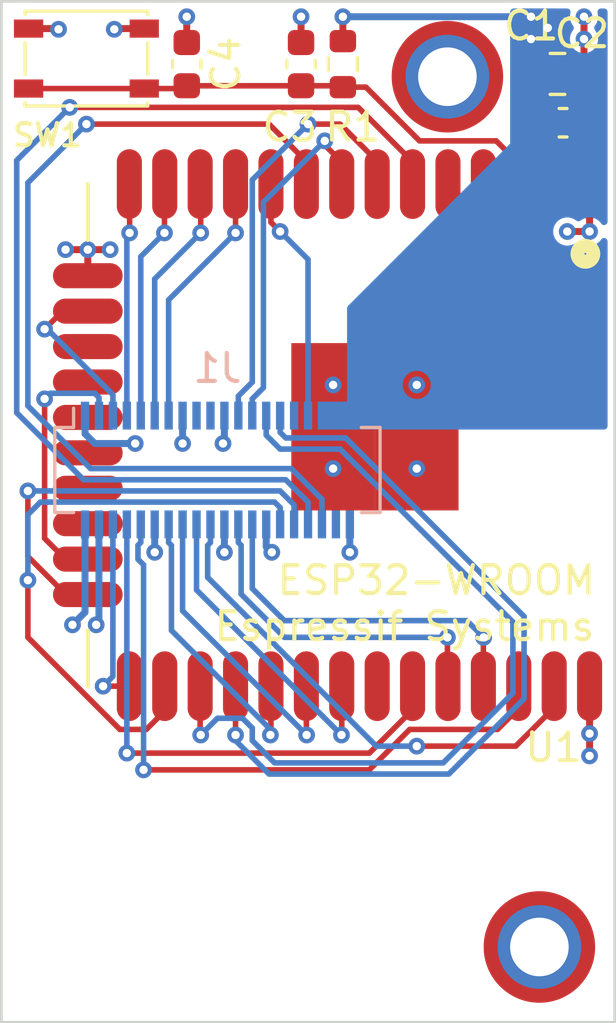
<source format=kicad_pcb>
(kicad_pcb (version 20171130) (host pcbnew "(5.1.9-0-10_14)")

  (general
    (thickness 1.6)
    (drawings 4)
    (tracks 270)
    (zones 0)
    (modules 10)
    (nets 41)
  )

  (page A4)
  (title_block
    (title "mikroPhone WiFi ESP32 adapter")
    (date 2024-01-22)
    (rev 4.0)
  )

  (layers
    (0 F.Cu signal)
    (1 GND power)
    (2 PWR power)
    (31 B.Cu signal)
    (32 B.Adhes user)
    (33 F.Adhes user)
    (34 B.Paste user)
    (35 F.Paste user)
    (36 B.SilkS user)
    (37 F.SilkS user)
    (38 B.Mask user)
    (39 F.Mask user)
    (40 Dwgs.User user)
    (41 Cmts.User user)
    (42 Eco1.User user)
    (43 Eco2.User user)
    (44 Edge.Cuts user)
    (45 Margin user)
    (46 B.CrtYd user)
    (47 F.CrtYd user)
    (48 B.Fab user hide)
    (49 F.Fab user hide)
  )

  (setup
    (last_trace_width 0.2)
    (trace_clearance 0.2)
    (zone_clearance 0.2032)
    (zone_45_only no)
    (trace_min 0.09)
    (via_size 0.6)
    (via_drill 0.3)
    (via_min_size 0.46)
    (via_min_drill 0.2)
    (uvia_size 0.3)
    (uvia_drill 0.1)
    (uvias_allowed no)
    (uvia_min_size 0.2)
    (uvia_min_drill 0.1)
    (edge_width 0.1)
    (segment_width 0.2)
    (pcb_text_width 0.125)
    (pcb_text_size 0.5 0.5)
    (mod_edge_width 0.05)
    (mod_text_size 0.6 0.6)
    (mod_text_width 0.125)
    (pad_size 4 4)
    (pad_drill 2.1)
    (pad_to_mask_clearance 0)
    (aux_axis_origin 106 72)
    (grid_origin 106 72)
    (visible_elements FFFFF7FF)
    (pcbplotparams
      (layerselection 0x010fc_ffffffff)
      (usegerberextensions true)
      (usegerberattributes false)
      (usegerberadvancedattributes false)
      (creategerberjobfile false)
      (excludeedgelayer true)
      (linewidth 0.100000)
      (plotframeref false)
      (viasonmask false)
      (mode 1)
      (useauxorigin false)
      (hpglpennumber 1)
      (hpglpenspeed 20)
      (hpglpendiameter 15.000000)
      (psnegative false)
      (psa4output false)
      (plotreference true)
      (plotvalue true)
      (plotinvisibletext false)
      (padsonsilk false)
      (subtractmaskfromsilk true)
      (outputformat 1)
      (mirror false)
      (drillshape 0)
      (scaleselection 1)
      (outputdirectory "fab/"))
  )

  (net 0 "")
  (net 1 GND)
  (net 2 +3V3)
  (net 3 /ESP32_EN)
  (net 4 /PERST)
  (net 5 /HSPI_SS0)
  (net 6 /HSPI_MOSI)
  (net 7 /HSPI_MISO)
  (net 8 /HSPI_SCK)
  (net 9 /IO27)
  (net 10 /IO26)
  (net 11 /USB_D_N)
  (net 12 /USB_D_P)
  (net 13 /UART2_RI)
  (net 14 /UART2_DTR)
  (net 15 /UART2_RXD)
  (net 16 /UART2_TXD)
  (net 17 /USB_MUX_S)
  (net 18 /WAKE)
  (net 19 /GPIO_22)
  (net 20 /GPIO_20)
  (net 21 /VSPI_SS0)
  (net 22 /VSPI_SCK)
  (net 23 /VSPI_MISO)
  (net 24 /VSPI_MOSI)
  (net 25 /UART0_RXD)
  (net 26 /UART0_TXD)
  (net 27 /PCM_SYNC)
  (net 28 /PCM_DO)
  (net 29 /PCM_DI)
  (net 30 /PCM_CLK)
  (net 31 /USB_MUX_EN)
  (net 32 "Net-(U1-Pad4)")
  (net 33 "Net-(U1-Pad5)")
  (net 34 "Net-(U1-Pad17)")
  (net 35 "Net-(U1-Pad18)")
  (net 36 "Net-(U1-Pad19)")
  (net 37 "Net-(U1-Pad20)")
  (net 38 "Net-(U1-Pad21)")
  (net 39 "Net-(U1-Pad22)")
  (net 40 "Net-(U1-Pad32)")

  (net_class Default "This is the default net class."
    (clearance 0.2)
    (trace_width 0.2)
    (via_dia 0.6)
    (via_drill 0.3)
    (uvia_dia 0.3)
    (uvia_drill 0.1)
    (add_net /ESP32_EN)
    (add_net /GPIO_20)
    (add_net /GPIO_22)
    (add_net /HSPI_MISO)
    (add_net /HSPI_MOSI)
    (add_net /HSPI_SCK)
    (add_net /HSPI_SS0)
    (add_net /IO26)
    (add_net /IO27)
    (add_net /PCM_CLK)
    (add_net /PCM_DI)
    (add_net /PCM_DO)
    (add_net /PCM_SYNC)
    (add_net /PERST)
    (add_net /UART0_RXD)
    (add_net /UART0_TXD)
    (add_net /UART2_DTR)
    (add_net /UART2_RI)
    (add_net /UART2_RXD)
    (add_net /UART2_TXD)
    (add_net /USB_D_N)
    (add_net /USB_D_P)
    (add_net /USB_MUX_EN)
    (add_net /USB_MUX_S)
    (add_net /VSPI_MISO)
    (add_net /VSPI_MOSI)
    (add_net /VSPI_SCK)
    (add_net /VSPI_SS0)
    (add_net /WAKE)
    (add_net "Net-(U1-Pad17)")
    (add_net "Net-(U1-Pad18)")
    (add_net "Net-(U1-Pad19)")
    (add_net "Net-(U1-Pad20)")
    (add_net "Net-(U1-Pad21)")
    (add_net "Net-(U1-Pad22)")
    (add_net "Net-(U1-Pad32)")
    (add_net "Net-(U1-Pad4)")
    (add_net "Net-(U1-Pad5)")
  )

  (net_class POWER ""
    (clearance 0.2)
    (trace_width 0.25)
    (via_dia 0.6)
    (via_drill 0.3)
    (uvia_dia 0.3)
    (uvia_drill 0.1)
    (add_net +3V3)
  )

  (net_class POWER_GND ""
    (clearance 0.1524)
    (trace_width 0.25)
    (via_dia 0.6)
    (via_drill 0.3)
    (uvia_dia 0.3)
    (uvia_drill 0.1)
    (add_net GND)
  )

  (net_class USB2 ""
    (clearance 0.1524)
    (trace_width 0.2288)
    (via_dia 0.5)
    (via_drill 0.2)
    (uvia_dia 0.3)
    (uvia_drill 0.1)
    (diff_pair_width 0.2288)
    (diff_pair_gap 0.1524)
  )

  (module Connector_Molex:Molex_SlimStack_55560-0401_2x20_P0.50mm_Vertical (layer B.Cu) (tedit 64EC8225) (tstamp 64EC884B)
    (at 113.75 88.8 180)
    (descr "Molex SlimStack Fine-Pitch SMT Board-to-Board Connectors, 55560-0401, 40 Pins (http://www.molex.com/pdm_docs/sd/555600207_sd.pdf), generated with kicad-footprint-generator")
    (tags "connector Molex SlimStack side entry")
    (path /64F71377)
    (attr smd)
    (fp_text reference J1 (at 0 3.65) (layer B.SilkS)
      (effects (font (size 1 1) (thickness 0.15)) (justify mirror))
    )
    (fp_text value WiFi (at 0 -3.65) (layer B.Fab)
      (effects (font (size 1 1) (thickness 0.15)) (justify mirror))
    )
    (fp_line (start 5.725 1.415) (end 5.725 -1.415) (layer B.Fab) (width 0.1))
    (fp_line (start 5.725 -1.415) (end -5.725 -1.415) (layer B.Fab) (width 0.1))
    (fp_line (start -5.725 -1.415) (end -5.725 1.415) (layer B.Fab) (width 0.1))
    (fp_line (start -5.725 1.415) (end 5.725 1.415) (layer B.Fab) (width 0.1))
    (fp_line (start 5.16 1.525) (end 5.16 2.215) (layer B.Fab) (width 0.1))
    (fp_line (start 5.16 -1.525) (end 5.835 -1.525) (layer B.SilkS) (width 0.12))
    (fp_line (start 5.835 -1.525) (end 5.835 1.525) (layer B.SilkS) (width 0.12))
    (fp_line (start 5.835 1.525) (end 5.16 1.525) (layer B.SilkS) (width 0.12))
    (fp_line (start 5.16 1.525) (end 5.16 2.215) (layer B.SilkS) (width 0.12))
    (fp_line (start -5.16 -1.525) (end -5.835 -1.525) (layer B.SilkS) (width 0.12))
    (fp_line (start -5.835 -1.525) (end -5.835 1.525) (layer B.SilkS) (width 0.12))
    (fp_line (start -5.835 1.525) (end -5.16 1.525) (layer B.SilkS) (width 0.12))
    (fp_line (start 6.22 2.95) (end 6.22 -2.95) (layer B.CrtYd) (width 0.05))
    (fp_line (start 6.22 -2.95) (end -6.22 -2.95) (layer B.CrtYd) (width 0.05))
    (fp_line (start -6.22 -2.95) (end -6.22 2.95) (layer B.CrtYd) (width 0.05))
    (fp_line (start -6.22 2.95) (end 6.22 2.95) (layer B.CrtYd) (width 0.05))
    (fp_text user %R (at 0 0) (layer B.Fab)
      (effects (font (size 1 1) (thickness 0.15)) (justify mirror))
    )
    (pad 1 smd rect (at 4.75 1.95 180) (size 0.3 1) (layers B.Cu B.Paste B.Mask)
      (net 1 GND))
    (pad 3 smd rect (at 4.25 1.95 180) (size 0.3 1) (layers B.Cu B.Paste B.Mask)
      (net 5 /HSPI_SS0))
    (pad 5 smd rect (at 3.75 1.95 180) (size 0.3 1) (layers B.Cu B.Paste B.Mask)
      (net 6 /HSPI_MOSI))
    (pad 7 smd rect (at 3.25 1.95 180) (size 0.3 1) (layers B.Cu B.Paste B.Mask)
      (net 7 /HSPI_MISO))
    (pad 9 smd rect (at 2.75 1.95 180) (size 0.3 1) (layers B.Cu B.Paste B.Mask)
      (net 8 /HSPI_SCK))
    (pad 11 smd rect (at 2.25 1.95 180) (size 0.3 1) (layers B.Cu B.Paste B.Mask)
      (net 9 /IO27))
    (pad 13 smd rect (at 1.75 1.95 180) (size 0.3 1) (layers B.Cu B.Paste B.Mask)
      (net 10 /IO26))
    (pad 15 smd rect (at 1.25 1.95 180) (size 0.3 1) (layers B.Cu B.Paste B.Mask)
      (net 1 GND))
    (pad 17 smd rect (at 0.75 1.95 180) (size 0.3 1) (layers B.Cu B.Paste B.Mask)
      (net 11 /USB_D_N))
    (pad 19 smd rect (at 0.25 1.95 180) (size 0.3 1) (layers B.Cu B.Paste B.Mask)
      (net 12 /USB_D_P))
    (pad 21 smd rect (at -0.25 1.95 180) (size 0.3 1) (layers B.Cu B.Paste B.Mask)
      (net 1 GND))
    (pad 23 smd rect (at -0.75 1.95 180) (size 0.3 1) (layers B.Cu B.Paste B.Mask)
      (net 13 /UART2_RI))
    (pad 25 smd rect (at -1.25 1.95 180) (size 0.3 1) (layers B.Cu B.Paste B.Mask)
      (net 14 /UART2_DTR))
    (pad 27 smd rect (at -1.75 1.95 180) (size 0.3 1) (layers B.Cu B.Paste B.Mask)
      (net 15 /UART2_RXD))
    (pad 29 smd rect (at -2.25 1.95 180) (size 0.3 1) (layers B.Cu B.Paste B.Mask)
      (net 16 /UART2_TXD))
    (pad 31 smd rect (at -2.75 1.95 180) (size 0.3 1) (layers B.Cu B.Paste B.Mask)
      (net 31 /USB_MUX_EN))
    (pad 33 smd rect (at -3.25 1.95 180) (size 0.3 1) (layers B.Cu B.Paste B.Mask)
      (net 4 /PERST))
    (pad 35 smd rect (at -3.75 1.95 180) (size 0.3 1) (layers B.Cu B.Paste B.Mask)
      (net 2 +3V3))
    (pad 37 smd rect (at -4.25 1.95 180) (size 0.3 1) (layers B.Cu B.Paste B.Mask)
      (net 2 +3V3))
    (pad 39 smd rect (at -4.75 1.95 180) (size 0.3 1) (layers B.Cu B.Paste B.Mask)
      (net 2 +3V3))
    (pad 2 smd rect (at 4.75 -1.95 180) (size 0.3 1) (layers B.Cu B.Paste B.Mask)
      (net 1 GND))
    (pad 4 smd rect (at 4.25 -1.95 180) (size 0.3 1) (layers B.Cu B.Paste B.Mask)
      (net 1 GND))
    (pad 6 smd rect (at 3.75 -1.95 180) (size 0.3 1) (layers B.Cu B.Paste B.Mask)
      (net 18 /WAKE))
    (pad 8 smd rect (at 3.25 -1.95 180) (size 0.3 1) (layers B.Cu B.Paste B.Mask)
      (net 19 /GPIO_22))
    (pad 10 smd rect (at 2.75 -1.95 180) (size 0.3 1) (layers B.Cu B.Paste B.Mask)
      (net 20 /GPIO_20))
    (pad 12 smd rect (at 2.25 -1.95 180) (size 0.3 1) (layers B.Cu B.Paste B.Mask)
      (net 1 GND))
    (pad 14 smd rect (at 1.75 -1.95 180) (size 0.3 1) (layers B.Cu B.Paste B.Mask)
      (net 21 /VSPI_SS0))
    (pad 16 smd rect (at 1.25 -1.95 180) (size 0.3 1) (layers B.Cu B.Paste B.Mask)
      (net 22 /VSPI_SCK))
    (pad 18 smd rect (at 0.75 -1.95 180) (size 0.3 1) (layers B.Cu B.Paste B.Mask)
      (net 23 /VSPI_MISO))
    (pad 20 smd rect (at 0.25 -1.95 180) (size 0.3 1) (layers B.Cu B.Paste B.Mask)
      (net 24 /VSPI_MOSI))
    (pad 22 smd rect (at -0.25 -1.95 180) (size 0.3 1) (layers B.Cu B.Paste B.Mask)
      (net 1 GND))
    (pad 24 smd rect (at -0.75 -1.95 180) (size 0.3 1) (layers B.Cu B.Paste B.Mask)
      (net 25 /UART0_RXD))
    (pad 26 smd rect (at -1.25 -1.95 180) (size 0.3 1) (layers B.Cu B.Paste B.Mask)
      (net 26 /UART0_TXD))
    (pad 28 smd rect (at -1.75 -1.95 180) (size 0.3 1) (layers B.Cu B.Paste B.Mask)
      (net 1 GND))
    (pad 30 smd rect (at -2.25 -1.95 180) (size 0.3 1) (layers B.Cu B.Paste B.Mask)
      (net 27 /PCM_SYNC))
    (pad 32 smd rect (at -2.75 -1.95 180) (size 0.3 1) (layers B.Cu B.Paste B.Mask)
      (net 28 /PCM_DO))
    (pad 34 smd rect (at -3.25 -1.95 180) (size 0.3 1) (layers B.Cu B.Paste B.Mask)
      (net 29 /PCM_DI))
    (pad 36 smd rect (at -3.75 -1.95 180) (size 0.3 1) (layers B.Cu B.Paste B.Mask)
      (net 30 /PCM_CLK))
    (pad 38 smd rect (at -4.25 -1.95 180) (size 0.3 1) (layers B.Cu B.Paste B.Mask)
      (net 17 /USB_MUX_S))
    (pad 40 smd rect (at -4.75 -1.95 180) (size 0.3 1) (layers B.Cu B.Paste B.Mask)
      (net 1 GND))
    (model ${KISYS3DMOD}/Connector_Molex.3dshapes/Molex_SlimStack_55560-0401_2x20_P0.50mm_Vertical.wrl
      (at (xyz 0 0 0))
      (scale (xyz 1 1 1))
      (rotate (xyz 0 0 0))
    )
  )

  (module footprints:Espressif_ESP32-WROOM (layer F.Cu) (tedit 5D66B0BD) (tstamp 64EA1CD8)
    (at 121.85 87.55 90)
    (path /6176A093)
    (fp_text reference U1 (at -11.2 3.95 180) (layer F.SilkS)
      (effects (font (size 1 1) (thickness 0.15)))
    )
    (fp_text value ESP32-WROOM (at 0 9.9 90) (layer F.Fab)
      (effects (font (size 1 1) (thickness 0.15)))
    )
    (fp_circle (center 6.5 5.1) (end 6.627 5.354) (layer F.SilkS) (width 0.5))
    (fp_line (start 9 -12.75) (end 7 -12.75) (layer F.SilkS) (width 0.15))
    (fp_line (start -9 -12.75) (end -7 -12.75) (layer F.SilkS) (width 0.15))
    (fp_text user ESP32-WROOM (at -5.207 -0.246) (layer F.SilkS)
      (effects (font (size 1 1) (thickness 0.15)))
    )
    (fp_text user "Espressif Systems" (at -6.858 -1.389) (layer F.SilkS)
      (effects (font (size 1 1) (thickness 0.15)))
    )
    (pad 39 smd rect (at -1.2 -0.95 90) (size 3 3) (layers F.Cu F.Paste F.Mask)
      (net 1 GND))
    (pad 39 smd rect (at 1.8 -0.95 90) (size 3 3) (layers F.Cu F.Paste F.Mask)
      (net 1 GND))
    (pad 39 smd rect (at 1.8 -3.95 90) (size 3 3) (layers F.Cu F.Paste F.Mask)
      (net 1 GND))
    (pad 39 smd rect (at -1.2 -3.95 90) (size 3 3) (layers F.Cu F.Paste F.Mask)
      (net 1 GND))
    (pad 1 smd oval (at 9 5.25 90) (size 2.5 0.9) (layers F.Cu F.Paste F.Mask)
      (net 1 GND))
    (pad 2 smd oval (at 9 3.98 90) (size 2.5 0.9) (layers F.Cu F.Paste F.Mask)
      (net 2 +3V3))
    (pad 3 smd oval (at 9 2.71 90) (size 2.5 0.9) (layers F.Cu F.Paste F.Mask)
      (net 3 /ESP32_EN))
    (pad 4 smd oval (at 9 1.44 90) (size 2.5 0.9) (layers F.Cu F.Paste F.Mask)
      (net 32 "Net-(U1-Pad4)"))
    (pad 5 smd oval (at 9 0.17 90) (size 2.5 0.9) (layers F.Cu F.Paste F.Mask)
      (net 33 "Net-(U1-Pad5)"))
    (pad 6 smd oval (at 9 -1.1 90) (size 2.5 0.9) (layers F.Cu F.Paste F.Mask)
      (net 29 /PCM_DI))
    (pad 7 smd oval (at 9 -2.37 90) (size 2.5 0.9) (layers F.Cu F.Paste F.Mask)
      (net 13 /UART2_RI))
    (pad 8 smd oval (at 9 -3.64 90) (size 2.5 0.9) (layers F.Cu F.Paste F.Mask)
      (net 14 /UART2_DTR))
    (pad 9 smd oval (at 9 -4.91 90) (size 2.5 0.9) (layers F.Cu F.Paste F.Mask)
      (net 30 /PCM_CLK))
    (pad 10 smd oval (at 9 -6.18 90) (size 2.5 0.9) (layers F.Cu F.Paste F.Mask)
      (net 4 /PERST))
    (pad 11 smd oval (at 9 -7.45 90) (size 2.5 0.9) (layers F.Cu F.Paste F.Mask)
      (net 10 /IO26))
    (pad 12 smd oval (at 9 -8.72 90) (size 2.5 0.9) (layers F.Cu F.Paste F.Mask)
      (net 9 /IO27))
    (pad 13 smd oval (at 9 -9.99 90) (size 2.5 0.9) (layers F.Cu F.Paste F.Mask)
      (net 8 /HSPI_SCK))
    (pad 14 smd oval (at 9 -11.26 90) (size 2.5 0.9) (layers F.Cu F.Paste F.Mask)
      (net 7 /HSPI_MISO))
    (pad 15 smd oval (at 5.715 -12.75 90) (size 0.9 2.5) (layers F.Cu F.Paste F.Mask)
      (net 1 GND))
    (pad 16 smd oval (at 4.445 -12.75 90) (size 0.9 2.5) (layers F.Cu F.Paste F.Mask)
      (net 6 /HSPI_MOSI))
    (pad 17 smd oval (at 3.175 -12.75 90) (size 0.9 2.5) (layers F.Cu F.Paste F.Mask)
      (net 34 "Net-(U1-Pad17)"))
    (pad 18 smd oval (at 1.905 -12.75 90) (size 0.9 2.5) (layers F.Cu F.Paste F.Mask)
      (net 35 "Net-(U1-Pad18)"))
    (pad 19 smd oval (at 0.635 -12.75 90) (size 0.9 2.5) (layers F.Cu F.Paste F.Mask)
      (net 36 "Net-(U1-Pad19)"))
    (pad 20 smd oval (at -0.635 -12.75 90) (size 0.9 2.5) (layers F.Cu F.Paste F.Mask)
      (net 37 "Net-(U1-Pad20)"))
    (pad 21 smd oval (at -1.905 -12.75 90) (size 0.9 2.5) (layers F.Cu F.Paste F.Mask)
      (net 38 "Net-(U1-Pad21)"))
    (pad 22 smd oval (at -3.175 -12.75 90) (size 0.9 2.5) (layers F.Cu F.Paste F.Mask)
      (net 39 "Net-(U1-Pad22)"))
    (pad 23 smd oval (at -4.445 -12.75 90) (size 0.9 2.5) (layers F.Cu F.Paste F.Mask)
      (net 5 /HSPI_SS0))
    (pad 24 smd oval (at -5.715 -12.75 90) (size 0.9 2.5) (layers F.Cu F.Paste F.Mask)
      (net 28 /PCM_DO))
    (pad 25 smd oval (at -9 -11.26 90) (size 2.5 0.9) (layers F.Cu F.Paste F.Mask)
      (net 18 /WAKE))
    (pad 26 smd oval (at -9 -9.99 90) (size 2.5 0.9) (layers F.Cu F.Paste F.Mask)
      (net 27 /PCM_SYNC))
    (pad 27 smd oval (at -9 -8.72 90) (size 2.5 0.9) (layers F.Cu F.Paste F.Mask)
      (net 15 /UART2_RXD))
    (pad 28 smd oval (at -9 -7.45 90) (size 2.5 0.9) (layers F.Cu F.Paste F.Mask)
      (net 16 /UART2_TXD))
    (pad 29 smd oval (at -9 -6.18 90) (size 2.5 0.9) (layers F.Cu F.Paste F.Mask)
      (net 21 /VSPI_SS0))
    (pad 30 smd oval (at -9 -4.91 90) (size 2.5 0.9) (layers F.Cu F.Paste F.Mask)
      (net 22 /VSPI_SCK))
    (pad 31 smd oval (at -9 -3.64 90) (size 2.5 0.9) (layers F.Cu F.Paste F.Mask)
      (net 23 /VSPI_MISO))
    (pad 32 smd oval (at -9 -2.37 90) (size 2.5 0.9) (layers F.Cu F.Paste F.Mask)
      (net 40 "Net-(U1-Pad32)"))
    (pad 33 smd oval (at -9 -1.1 90) (size 2.5 0.9) (layers F.Cu F.Paste F.Mask)
      (net 19 /GPIO_22))
    (pad 34 smd oval (at -9 0.17 90) (size 2.5 0.9) (layers F.Cu F.Paste F.Mask)
      (net 25 /UART0_RXD))
    (pad 35 smd oval (at -9 1.44 90) (size 2.5 0.9) (layers F.Cu F.Paste F.Mask)
      (net 26 /UART0_TXD))
    (pad 36 smd oval (at -9 2.71 90) (size 2.5 0.9) (layers F.Cu F.Paste F.Mask)
      (net 20 /GPIO_20))
    (pad 37 smd oval (at -9 3.98 90) (size 2.5 0.9) (layers F.Cu F.Paste F.Mask)
      (net 24 /VSPI_MOSI))
    (pad 38 smd oval (at -9 5.25 90) (size 2.5 0.9) (layers F.Cu F.Paste F.Mask)
      (net 1 GND))
  )

  (module Capacitor_SMD:C_0603_1608Metric (layer F.Cu) (tedit 5F68FEEE) (tstamp 5FCA89B4)
    (at 126.15 76.35)
    (descr "Capacitor SMD 0603 (1608 Metric), square (rectangular) end terminal, IPC_7351 nominal, (Body size source: IPC-SM-782 page 76, https://www.pcb-3d.com/wordpress/wp-content/uploads/ipc-sm-782a_amendment_1_and_2.pdf), generated with kicad-footprint-generator")
    (tags capacitor)
    (path /5C506C38)
    (attr smd)
    (fp_text reference C2 (at 0.675 -3.2) (layer F.SilkS)
      (effects (font (size 1 1) (thickness 0.15)))
    )
    (fp_text value 0.1uF (at 4 0.05) (layer F.Fab)
      (effects (font (size 1 1) (thickness 0.15)))
    )
    (fp_line (start 1.48 0.73) (end -1.48 0.73) (layer F.CrtYd) (width 0.05))
    (fp_line (start 1.48 -0.73) (end 1.48 0.73) (layer F.CrtYd) (width 0.05))
    (fp_line (start -1.48 -0.73) (end 1.48 -0.73) (layer F.CrtYd) (width 0.05))
    (fp_line (start -1.48 0.73) (end -1.48 -0.73) (layer F.CrtYd) (width 0.05))
    (fp_line (start -0.14058 0.51) (end 0.14058 0.51) (layer F.SilkS) (width 0.12))
    (fp_line (start -0.14058 -0.51) (end 0.14058 -0.51) (layer F.SilkS) (width 0.12))
    (fp_line (start 0.8 0.4) (end -0.8 0.4) (layer F.Fab) (width 0.1))
    (fp_line (start 0.8 -0.4) (end 0.8 0.4) (layer F.Fab) (width 0.1))
    (fp_line (start -0.8 -0.4) (end 0.8 -0.4) (layer F.Fab) (width 0.1))
    (fp_line (start -0.8 0.4) (end -0.8 -0.4) (layer F.Fab) (width 0.1))
    (fp_text user %R (at 0 0) (layer F.Fab)
      (effects (font (size 0.4 0.4) (thickness 0.06)))
    )
    (pad 2 smd roundrect (at 0.775 0) (size 0.9 0.95) (layers F.Cu F.Paste F.Mask) (roundrect_rratio 0.25)
      (net 1 GND))
    (pad 1 smd roundrect (at -0.775 0) (size 0.9 0.95) (layers F.Cu F.Paste F.Mask) (roundrect_rratio 0.25)
      (net 2 +3V3))
    (model ${KISYS3DMOD}/Capacitor_SMD.3dshapes/C_0603_1608Metric.wrl
      (at (xyz 0 0 0))
      (scale (xyz 1 1 1))
      (rotate (xyz 0 0 0))
    )
  )

  (module Capacitor_SMD:C_0603_1608Metric (layer F.Cu) (tedit 5F68FEEE) (tstamp 5CB63157)
    (at 116.75 74.25 90)
    (descr "Capacitor SMD 0603 (1608 Metric), square (rectangular) end terminal, IPC_7351 nominal, (Body size source: IPC-SM-782 page 76, https://www.pcb-3d.com/wordpress/wp-content/uploads/ipc-sm-782a_amendment_1_and_2.pdf), generated with kicad-footprint-generator")
    (tags capacitor)
    (path /5C506CD9)
    (attr smd)
    (fp_text reference C3 (at -2.25 -0.4) (layer F.SilkS)
      (effects (font (size 1 1) (thickness 0.15)))
    )
    (fp_text value 10uF (at -3.8 0 270) (layer F.Fab)
      (effects (font (size 1 1) (thickness 0.15)))
    )
    (fp_line (start 1.48 0.73) (end -1.48 0.73) (layer F.CrtYd) (width 0.05))
    (fp_line (start 1.48 -0.73) (end 1.48 0.73) (layer F.CrtYd) (width 0.05))
    (fp_line (start -1.48 -0.73) (end 1.48 -0.73) (layer F.CrtYd) (width 0.05))
    (fp_line (start -1.48 0.73) (end -1.48 -0.73) (layer F.CrtYd) (width 0.05))
    (fp_line (start -0.14058 0.51) (end 0.14058 0.51) (layer F.SilkS) (width 0.12))
    (fp_line (start -0.14058 -0.51) (end 0.14058 -0.51) (layer F.SilkS) (width 0.12))
    (fp_line (start 0.8 0.4) (end -0.8 0.4) (layer F.Fab) (width 0.1))
    (fp_line (start 0.8 -0.4) (end 0.8 0.4) (layer F.Fab) (width 0.1))
    (fp_line (start -0.8 -0.4) (end 0.8 -0.4) (layer F.Fab) (width 0.1))
    (fp_line (start -0.8 0.4) (end -0.8 -0.4) (layer F.Fab) (width 0.1))
    (fp_text user %R (at 0 0 270) (layer F.Fab)
      (effects (font (size 0.4 0.4) (thickness 0.06)))
    )
    (pad 2 smd roundrect (at 0.775 0 90) (size 0.9 0.95) (layers F.Cu F.Paste F.Mask) (roundrect_rratio 0.25)
      (net 1 GND))
    (pad 1 smd roundrect (at -0.775 0 90) (size 0.9 0.95) (layers F.Cu F.Paste F.Mask) (roundrect_rratio 0.25)
      (net 3 /ESP32_EN))
    (model ${KISYS3DMOD}/Capacitor_SMD.3dshapes/C_0603_1608Metric.wrl
      (at (xyz 0 0 0))
      (scale (xyz 1 1 1))
      (rotate (xyz 0 0 0))
    )
  )

  (module Resistor_SMD:R_0603_1608Metric (layer F.Cu) (tedit 5F68FEEE) (tstamp 5CB637A1)
    (at 118.25 74.25 270)
    (descr "Resistor SMD 0603 (1608 Metric), square (rectangular) end terminal, IPC_7351 nominal, (Body size source: IPC-SM-782 page 72, https://www.pcb-3d.com/wordpress/wp-content/uploads/ipc-sm-782a_amendment_1_and_2.pdf), generated with kicad-footprint-generator")
    (tags resistor)
    (path /5C506D6E)
    (attr smd)
    (fp_text reference R1 (at 2.25 -0.35 180) (layer F.SilkS)
      (effects (font (size 1 1) (thickness 0.15)))
    )
    (fp_text value 10K (at 4.35 0 270) (layer F.Fab)
      (effects (font (size 1 1) (thickness 0.15)))
    )
    (fp_line (start 1.48 0.73) (end -1.48 0.73) (layer F.CrtYd) (width 0.05))
    (fp_line (start 1.48 -0.73) (end 1.48 0.73) (layer F.CrtYd) (width 0.05))
    (fp_line (start -1.48 -0.73) (end 1.48 -0.73) (layer F.CrtYd) (width 0.05))
    (fp_line (start -1.48 0.73) (end -1.48 -0.73) (layer F.CrtYd) (width 0.05))
    (fp_line (start -0.237258 0.5225) (end 0.237258 0.5225) (layer F.SilkS) (width 0.12))
    (fp_line (start -0.237258 -0.5225) (end 0.237258 -0.5225) (layer F.SilkS) (width 0.12))
    (fp_line (start 0.8 0.4125) (end -0.8 0.4125) (layer F.Fab) (width 0.1))
    (fp_line (start 0.8 -0.4125) (end 0.8 0.4125) (layer F.Fab) (width 0.1))
    (fp_line (start -0.8 -0.4125) (end 0.8 -0.4125) (layer F.Fab) (width 0.1))
    (fp_line (start -0.8 0.4125) (end -0.8 -0.4125) (layer F.Fab) (width 0.1))
    (fp_text user %R (at 0 0 270) (layer F.Fab)
      (effects (font (size 0.4 0.4) (thickness 0.06)))
    )
    (pad 2 smd roundrect (at 0.825 0 270) (size 0.8 0.95) (layers F.Cu F.Paste F.Mask) (roundrect_rratio 0.25)
      (net 3 /ESP32_EN))
    (pad 1 smd roundrect (at -0.825 0 270) (size 0.8 0.95) (layers F.Cu F.Paste F.Mask) (roundrect_rratio 0.25)
      (net 2 +3V3))
    (model ${KISYS3DMOD}/Resistor_SMD.3dshapes/R_0603_1608Metric.wrl
      (at (xyz 0 0 0))
      (scale (xyz 1 1 1))
      (rotate (xyz 0 0 0))
    )
  )

  (module Button_Switch_SMD:SW_SPST_PTS810 (layer F.Cu) (tedit 5B0610A8) (tstamp 60002A5B)
    (at 109.05 74.05 180)
    (descr "C&K Components, PTS 810 Series, Microminiature SMT Top Actuated, http://www.ckswitches.com/media/1476/pts810.pdf")
    (tags "SPST Button Switch")
    (path /5CC8732C)
    (attr smd)
    (fp_text reference SW1 (at 1.4 -2.75 180) (layer F.SilkS)
      (effects (font (size 0.8 0.8) (thickness 0.15)))
    )
    (fp_text value ESP32_RST (at -1.3 3.25) (layer F.Fab)
      (effects (font (size 1 1) (thickness 0.15)))
    )
    (fp_line (start 2.1 1.6) (end 2.1 -1.6) (layer F.Fab) (width 0.1))
    (fp_line (start 2.1 -1.6) (end -2.1 -1.6) (layer F.Fab) (width 0.1))
    (fp_line (start -2.1 -1.6) (end -2.1 1.6) (layer F.Fab) (width 0.1))
    (fp_line (start -2.1 1.6) (end 2.1 1.6) (layer F.Fab) (width 0.1))
    (fp_line (start -0.4 -1.1) (end 0.4 -1.1) (layer F.Fab) (width 0.1))
    (fp_line (start 0.4 1.1) (end -0.4 1.1) (layer F.Fab) (width 0.1))
    (fp_line (start 2.2 -1.7) (end -2.2 -1.7) (layer F.SilkS) (width 0.12))
    (fp_line (start -2.2 -1.7) (end -2.2 -1.58) (layer F.SilkS) (width 0.12))
    (fp_line (start -2.2 -0.57) (end -2.2 0.57) (layer F.SilkS) (width 0.12))
    (fp_line (start -2.2 1.58) (end -2.2 1.7) (layer F.SilkS) (width 0.12))
    (fp_line (start -2.2 1.7) (end 2.2 1.7) (layer F.SilkS) (width 0.12))
    (fp_line (start 2.2 1.7) (end 2.2 1.58) (layer F.SilkS) (width 0.12))
    (fp_line (start 2.2 0.57) (end 2.2 -0.57) (layer F.SilkS) (width 0.12))
    (fp_line (start 2.2 -1.58) (end 2.2 -1.7) (layer F.SilkS) (width 0.12))
    (fp_line (start 2.85 -1.85) (end 2.85 1.85) (layer F.CrtYd) (width 0.05))
    (fp_line (start 2.85 1.85) (end -2.85 1.85) (layer F.CrtYd) (width 0.05))
    (fp_line (start -2.85 1.85) (end -2.85 -1.85) (layer F.CrtYd) (width 0.05))
    (fp_line (start -2.85 -1.85) (end 2.85 -1.85) (layer F.CrtYd) (width 0.05))
    (fp_arc (start 0.4 0) (end 0.4 -1.1) (angle 180) (layer F.Fab) (width 0.1))
    (fp_arc (start -0.4 0) (end -0.4 1.1) (angle 180) (layer F.Fab) (width 0.1))
    (fp_text user %R (at 0 0) (layer F.Fab)
      (effects (font (size 0.6 0.6) (thickness 0.09)))
    )
    (pad 2 smd rect (at 2.075 1.075 180) (size 1.05 0.65) (layers F.Cu F.Paste F.Mask)
      (net 1 GND))
    (pad 2 smd rect (at -2.075 1.075 180) (size 1.05 0.65) (layers F.Cu F.Paste F.Mask)
      (net 1 GND))
    (pad 1 smd rect (at 2.075 -1.075 180) (size 1.05 0.65) (layers F.Cu F.Paste F.Mask)
      (net 3 /ESP32_EN))
    (pad 1 smd rect (at -2.075 -1.075 180) (size 1.05 0.65) (layers F.Cu F.Paste F.Mask)
      (net 3 /ESP32_EN))
    (model ${KISYS3DMOD}/Button_Switch_SMD.3dshapes/SW_SPST_PTS810.wrl
      (at (xyz 0 0 0))
      (scale (xyz 1 1 1))
      (rotate (xyz 0 0 0))
    )
  )

  (module Capacitor_SMD:C_0805_2012Metric (layer F.Cu) (tedit 5F68FEEE) (tstamp 64ECA4D4)
    (at 125.95 74.6)
    (descr "Capacitor SMD 0805 (2012 Metric), square (rectangular) end terminal, IPC_7351 nominal, (Body size source: IPC-SM-782 page 76, https://www.pcb-3d.com/wordpress/wp-content/uploads/ipc-sm-782a_amendment_1_and_2.pdf, https://docs.google.com/spreadsheets/d/1BsfQQcO9C6DZCsRaXUlFlo91Tg2WpOkGARC1WS5S8t0/edit?usp=sharing), generated with kicad-footprint-generator")
    (tags capacitor)
    (path /5C506C85)
    (attr smd)
    (fp_text reference C1 (at -0.95 -1.725) (layer F.SilkS)
      (effects (font (size 1 1) (thickness 0.15)))
    )
    (fp_text value 22uF (at 3.65 0) (layer F.Fab)
      (effects (font (size 1 1) (thickness 0.15)))
    )
    (fp_line (start 1.7 0.98) (end -1.7 0.98) (layer F.CrtYd) (width 0.05))
    (fp_line (start 1.7 -0.98) (end 1.7 0.98) (layer F.CrtYd) (width 0.05))
    (fp_line (start -1.7 -0.98) (end 1.7 -0.98) (layer F.CrtYd) (width 0.05))
    (fp_line (start -1.7 0.98) (end -1.7 -0.98) (layer F.CrtYd) (width 0.05))
    (fp_line (start -0.261252 0.735) (end 0.261252 0.735) (layer F.SilkS) (width 0.12))
    (fp_line (start -0.261252 -0.735) (end 0.261252 -0.735) (layer F.SilkS) (width 0.12))
    (fp_line (start 1 0.625) (end -1 0.625) (layer F.Fab) (width 0.1))
    (fp_line (start 1 -0.625) (end 1 0.625) (layer F.Fab) (width 0.1))
    (fp_line (start -1 -0.625) (end 1 -0.625) (layer F.Fab) (width 0.1))
    (fp_line (start -1 0.625) (end -1 -0.625) (layer F.Fab) (width 0.1))
    (fp_text user %R (at 0 0) (layer F.Fab)
      (effects (font (size 0.5 0.5) (thickness 0.08)))
    )
    (pad 2 smd roundrect (at 0.95 0) (size 1 1.45) (layers F.Cu F.Paste F.Mask) (roundrect_rratio 0.25)
      (net 1 GND))
    (pad 1 smd roundrect (at -0.95 0) (size 1 1.45) (layers F.Cu F.Paste F.Mask) (roundrect_rratio 0.25)
      (net 2 +3V3))
    (model ${KISYS3DMOD}/Capacitor_SMD.3dshapes/C_0805_2012Metric.wrl
      (at (xyz 0 0 0))
      (scale (xyz 1 1 1))
      (rotate (xyz 0 0 0))
    )
  )

  (module Capacitor_SMD:C_0603_1608Metric (layer F.Cu) (tedit 5F68FEEE) (tstamp 600E250D)
    (at 112.65 74.25 90)
    (descr "Capacitor SMD 0603 (1608 Metric), square (rectangular) end terminal, IPC_7351 nominal, (Body size source: IPC-SM-782 page 76, https://www.pcb-3d.com/wordpress/wp-content/uploads/ipc-sm-782a_amendment_1_and_2.pdf), generated with kicad-footprint-generator")
    (tags capacitor)
    (path /62863E5F)
    (attr smd)
    (fp_text reference C4 (at 0 1.4 90) (layer F.SilkS)
      (effects (font (size 1 1) (thickness 0.15)))
    )
    (fp_text value 0.1uF (at -3.55 0 90) (layer F.Fab)
      (effects (font (size 1 1) (thickness 0.15)))
    )
    (fp_line (start 1.48 0.73) (end -1.48 0.73) (layer F.CrtYd) (width 0.05))
    (fp_line (start 1.48 -0.73) (end 1.48 0.73) (layer F.CrtYd) (width 0.05))
    (fp_line (start -1.48 -0.73) (end 1.48 -0.73) (layer F.CrtYd) (width 0.05))
    (fp_line (start -1.48 0.73) (end -1.48 -0.73) (layer F.CrtYd) (width 0.05))
    (fp_line (start -0.14058 0.51) (end 0.14058 0.51) (layer F.SilkS) (width 0.12))
    (fp_line (start -0.14058 -0.51) (end 0.14058 -0.51) (layer F.SilkS) (width 0.12))
    (fp_line (start 0.8 0.4) (end -0.8 0.4) (layer F.Fab) (width 0.1))
    (fp_line (start 0.8 -0.4) (end 0.8 0.4) (layer F.Fab) (width 0.1))
    (fp_line (start -0.8 -0.4) (end 0.8 -0.4) (layer F.Fab) (width 0.1))
    (fp_line (start -0.8 0.4) (end -0.8 -0.4) (layer F.Fab) (width 0.1))
    (fp_text user %R (at 0 0 90) (layer F.Fab)
      (effects (font (size 0.4 0.4) (thickness 0.06)))
    )
    (pad 2 smd roundrect (at 0.775 0 90) (size 0.9 0.95) (layers F.Cu F.Paste F.Mask) (roundrect_rratio 0.25)
      (net 1 GND))
    (pad 1 smd roundrect (at -0.775 0 90) (size 0.9 0.95) (layers F.Cu F.Paste F.Mask) (roundrect_rratio 0.25)
      (net 3 /ESP32_EN))
    (model ${KISYS3DMOD}/Capacitor_SMD.3dshapes/C_0603_1608Metric.wrl
      (at (xyz 0 0 0))
      (scale (xyz 1 1 1))
      (rotate (xyz 0 0 0))
    )
  )

  (module footprints:Spacer_small (layer F.Cu) (tedit 61BFD32E) (tstamp 64EC8ED8)
    (at 122 74.7)
    (path /64EE975F)
    (fp_text reference J2 (at 0 2.8) (layer F.SilkS) hide
      (effects (font (size 1 1) (thickness 0.15)))
    )
    (fp_text value Spacer (at 0 -2.7) (layer F.Fab)
      (effects (font (size 1 1) (thickness 0.15)))
    )
    (pad 1 thru_hole circle (at 0 0) (size 3 3) (drill 2.1) (layers *.Cu *.Mask)
      (net 1 GND))
    (pad 1 smd circle (at 0 0) (size 4 4) (layers F.Cu F.Mask)
      (net 1 GND))
  )

  (module footprints:Spacer_small (layer F.Cu) (tedit 61BFD32E) (tstamp 64EC8EDE)
    (at 125.3 105.9)
    (path /64EEA09B)
    (fp_text reference J3 (at 0 2.8) (layer F.SilkS) hide
      (effects (font (size 1 1) (thickness 0.15)))
    )
    (fp_text value Spacer (at 0 -2.7) (layer F.Fab)
      (effects (font (size 1 1) (thickness 0.15)))
    )
    (pad 1 smd circle (at 0 0) (size 4 4) (layers F.Cu F.Mask)
      (net 1 GND))
    (pad 1 thru_hole circle (at 0 0) (size 3 3) (drill 2.1) (layers *.Cu *.Mask)
      (net 1 GND))
  )

  (gr_line (start 106 72) (end 128 72) (layer Edge.Cuts) (width 0.1) (tstamp 64EC8F40))
  (gr_line (start 106 108.6) (end 106 72) (layer Edge.Cuts) (width 0.1))
  (gr_line (start 128 108.6) (end 106 108.6) (layer Edge.Cuts) (width 0.1))
  (gr_line (start 128 108.6) (end 128 72) (layer Edge.Cuts) (width 0.1))

  (via (at 110.05 73) (size 0.6) (drill 0.3) (layers F.Cu B.Cu) (net 1))
  (segment (start 108.025 72.975) (end 108.05 73) (width 0.25) (layer F.Cu) (net 1))
  (via (at 108.05 73) (size 0.6) (drill 0.3) (layers F.Cu B.Cu) (net 1))
  (segment (start 107.025 72.975) (end 108.025 72.975) (width 0.25) (layer F.Cu) (net 1))
  (segment (start 110.075 72.975) (end 110.05 73) (width 0.25) (layer F.Cu) (net 1))
  (segment (start 111.125 72.975) (end 110.075 72.975) (width 0.25) (layer F.Cu) (net 1))
  (via (at 117.9 88.75) (size 0.6) (drill 0.3) (layers F.Cu B.Cu) (net 1))
  (via (at 120.9 88.75) (size 0.6) (drill 0.3) (layers F.Cu B.Cu) (net 1))
  (via (at 120.9 85.75) (size 0.6) (drill 0.3) (layers F.Cu B.Cu) (net 1))
  (via (at 117.9 85.75) (size 0.6) (drill 0.3) (layers F.Cu B.Cu) (net 1))
  (segment (start 127.1 76.525) (end 127.1 78.55) (width 0.6) (layer F.Cu) (net 1))
  (segment (start 126.925 76.35) (end 127.1 76.525) (width 0.6) (layer F.Cu) (net 1))
  (segment (start 126.925 74.625) (end 126.925 76.35) (width 0.6) (layer F.Cu) (net 1))
  (segment (start 126.9 74.6) (end 126.925 74.625) (width 0.6) (layer F.Cu) (net 1))
  (via (at 112.65 72.55) (size 0.6) (drill 0.3) (layers F.Cu B.Cu) (net 1))
  (segment (start 112.65 73.475) (end 112.65 72.55) (width 0.25) (layer F.Cu) (net 1))
  (via (at 116.75 72.55) (size 0.6) (drill 0.3) (layers F.Cu B.Cu) (net 1))
  (segment (start 116.75 73.475) (end 116.75 72.55) (width 0.25) (layer F.Cu) (net 1))
  (via (at 112.5 87.85) (size 0.6) (drill 0.3) (layers F.Cu B.Cu) (net 1))
  (segment (start 112.5 86.85) (end 112.5 87.85) (width 0.25) (layer B.Cu) (net 1))
  (via (at 118.5 91.75) (size 0.6) (drill 0.3) (layers F.Cu B.Cu) (net 1))
  (segment (start 118.5 90.75) (end 118.5 91.75) (width 0.25) (layer B.Cu) (net 1))
  (via (at 115.7 91.75) (size 0.6) (drill 0.3) (layers F.Cu B.Cu) (net 1))
  (segment (start 115.5 91.55) (end 115.7 91.75) (width 0.25) (layer B.Cu) (net 1))
  (segment (start 115.5 90.75) (end 115.5 91.55) (width 0.25) (layer B.Cu) (net 1))
  (via (at 114 91.75) (size 0.6) (drill 0.3) (layers F.Cu B.Cu) (net 1))
  (segment (start 114 90.75) (end 114 91.75) (width 0.25) (layer B.Cu) (net 1))
  (via (at 111.5 91.75) (size 0.6) (drill 0.3) (layers F.Cu B.Cu) (net 1))
  (segment (start 111.5 90.75) (end 111.5 91.75) (width 0.25) (layer B.Cu) (net 1))
  (segment (start 109 86.85) (end 109 87.5) (width 0.25) (layer B.Cu) (net 1))
  (segment (start 109 87.5) (end 109.35 87.85) (width 0.25) (layer B.Cu) (net 1))
  (via (at 109.4 94.35) (size 0.6) (drill 0.3) (layers F.Cu B.Cu) (net 1))
  (segment (start 109.5 94.25) (end 109.4 94.35) (width 0.25) (layer B.Cu) (net 1))
  (segment (start 109.5 90.75) (end 109.5 94.25) (width 0.25) (layer B.Cu) (net 1))
  (segment (start 109 90.75) (end 109 93.9) (width 0.25) (layer B.Cu) (net 1))
  (via (at 108.55 94.35) (size 0.6) (drill 0.3) (layers F.Cu B.Cu) (net 1))
  (segment (start 109 93.9) (end 108.55 94.35) (width 0.25) (layer B.Cu) (net 1))
  (via (at 109.1 80.9) (size 0.6) (drill 0.3) (layers F.Cu B.Cu) (net 1))
  (segment (start 109.1 81.835) (end 109.1 80.9) (width 0.25) (layer F.Cu) (net 1))
  (via (at 127.1 98.25) (size 0.6) (drill 0.3) (layers F.Cu B.Cu) (net 1))
  (segment (start 127.1 96.55) (end 127.1 98.25) (width 0.25) (layer F.Cu) (net 1))
  (via (at 127.1 80.25) (size 0.6) (drill 0.3) (layers F.Cu B.Cu) (net 1))
  (segment (start 127.1 78.55) (end 127.1 80.25) (width 0.25) (layer F.Cu) (net 1))
  (via (at 126.9 72.55) (size 0.6) (drill 0.3) (layers F.Cu B.Cu) (net 1))
  (via (at 126.9 73.35) (size 0.6) (drill 0.3) (layers F.Cu B.Cu) (net 1))
  (segment (start 126.9 72.55) (end 126.9 73.35) (width 0.25) (layer F.Cu) (net 1))
  (segment (start 126.9 73.35) (end 126.9 74.6) (width 0.25) (layer F.Cu) (net 1))
  (via (at 110.8 87.85) (size 0.6) (drill 0.3) (layers F.Cu B.Cu) (net 1))
  (segment (start 109.35 87.85) (end 110.8 87.85) (width 0.25) (layer B.Cu) (net 1))
  (via (at 127.1 99.05) (size 0.6) (drill 0.3) (layers F.Cu B.Cu) (net 1))
  (segment (start 127.1 98.25) (end 127.1 99.05) (width 0.25) (layer F.Cu) (net 1))
  (via (at 126.3 80.25) (size 0.6) (drill 0.3) (layers F.Cu B.Cu) (net 1))
  (segment (start 127.1 80.25) (end 126.3 80.25) (width 0.25) (layer F.Cu) (net 1))
  (via (at 108.3 80.9) (size 0.6) (drill 0.3) (layers F.Cu B.Cu) (net 1))
  (segment (start 109.1 80.9) (end 108.3 80.9) (width 0.25) (layer F.Cu) (net 1))
  (via (at 109.9 80.9) (size 0.6) (drill 0.3) (layers F.Cu B.Cu) (net 1))
  (segment (start 109.1 80.9) (end 109.9 80.9) (width 0.25) (layer F.Cu) (net 1))
  (via (at 113.95 87.85) (size 0.6) (drill 0.3) (layers F.Cu B.Cu) (net 1))
  (segment (start 114 87.8) (end 113.95 87.85) (width 0.25) (layer B.Cu) (net 1))
  (segment (start 114 86.85) (end 114 87.8) (width 0.25) (layer B.Cu) (net 1))
  (via (at 125.6 72.95) (size 0.6) (drill 0.3) (layers F.Cu B.Cu) (net 2))
  (segment (start 125.83 76.805) (end 125.375 76.35) (width 0.6) (layer F.Cu) (net 2))
  (segment (start 125.83 78.55) (end 125.83 76.805) (width 0.6) (layer F.Cu) (net 2))
  (segment (start 125 75.975) (end 125.375 76.35) (width 0.6) (layer F.Cu) (net 2))
  (segment (start 125 74.6) (end 125 75.975) (width 0.6) (layer F.Cu) (net 2))
  (via (at 125 73.35) (size 0.6) (drill 0.3) (layers F.Cu B.Cu) (net 2))
  (via (at 125 72.55) (size 0.6) (drill 0.3) (layers F.Cu B.Cu) (net 2))
  (segment (start 125 72.55) (end 125 73.35) (width 0.25) (layer F.Cu) (net 2))
  (segment (start 125 73.35) (end 125 74.6) (width 0.25) (layer F.Cu) (net 2))
  (segment (start 125.2 73.35) (end 125 73.35) (width 0.25) (layer F.Cu) (net 2))
  (segment (start 125.6 72.95) (end 125.2 73.35) (width 0.25) (layer F.Cu) (net 2))
  (segment (start 125.2 72.55) (end 125 72.55) (width 0.25) (layer F.Cu) (net 2))
  (segment (start 125.6 72.95) (end 125.2 72.55) (width 0.25) (layer F.Cu) (net 2))
  (via (at 118.25 72.55) (size 0.6) (drill 0.3) (layers F.Cu B.Cu) (net 2))
  (segment (start 118.25 73.425) (end 118.25 72.55) (width 0.25) (layer F.Cu) (net 2))
  (segment (start 118.25 72.55) (end 125 72.55) (width 0.25) (layer B.Cu) (net 2))
  (segment (start 106.975 75.125) (end 111.125 75.125) (width 0.2) (layer F.Cu) (net 3))
  (segment (start 124.56 78.55) (end 124.56 77.76) (width 0.2) (layer F.Cu) (net 3))
  (segment (start 124.56 78.55) (end 124.56 77.71) (width 0.2) (layer F.Cu) (net 3))
  (segment (start 124.56 78.55) (end 124.56 77.61) (width 0.2) (layer F.Cu) (net 3))
  (segment (start 124.56 78.55) (end 124.56 77.81) (width 0.2) (layer F.Cu) (net 3))
  (segment (start 124.56 77.81) (end 123.75 77) (width 0.2) (layer F.Cu) (net 3))
  (segment (start 123.75 77) (end 121 77) (width 0.2) (layer F.Cu) (net 3))
  (segment (start 119.075 75.075) (end 118.25 75.075) (width 0.2) (layer F.Cu) (net 3))
  (segment (start 121 77) (end 119.075 75.075) (width 0.2) (layer F.Cu) (net 3))
  (segment (start 112.65 75.025) (end 116.75 75.025) (width 0.2) (layer F.Cu) (net 3))
  (segment (start 118.2 75.025) (end 118.25 75.075) (width 0.2) (layer F.Cu) (net 3))
  (segment (start 116.75 75.025) (end 118.2 75.025) (width 0.2) (layer F.Cu) (net 3))
  (segment (start 112.55 75.125) (end 112.65 75.025) (width 0.2) (layer F.Cu) (net 3))
  (segment (start 111.125 75.125) (end 112.55 75.125) (width 0.2) (layer F.Cu) (net 3))
  (via (at 116 80.25) (size 0.6) (drill 0.3) (layers F.Cu B.Cu) (net 4))
  (segment (start 117 81.25) (end 116 80.25) (width 0.2) (layer B.Cu) (net 4))
  (segment (start 117 86.85) (end 117 81.25) (width 0.2) (layer B.Cu) (net 4))
  (segment (start 115.67 79.92) (end 115.67 78.55) (width 0.2) (layer F.Cu) (net 4))
  (segment (start 116 80.25) (end 115.67 79.92) (width 0.2) (layer F.Cu) (net 4))
  (segment (start 109.1 91.995) (end 108.295 91.995) (width 0.2) (layer F.Cu) (net 5))
  (segment (start 108.295 91.995) (end 107.55 91.25) (width 0.2) (layer F.Cu) (net 5))
  (via (at 107.55 86.25) (size 0.6) (drill 0.3) (layers F.Cu B.Cu) (net 5))
  (segment (start 107.55 91.25) (end 107.55 86.25) (width 0.2) (layer F.Cu) (net 5))
  (segment (start 107.55 86.25) (end 107.75 86.05) (width 0.2) (layer B.Cu) (net 5))
  (segment (start 107.75 86.05) (end 109.35 86.05) (width 0.2) (layer B.Cu) (net 5))
  (segment (start 109.5 86.2) (end 109.5 86.85) (width 0.2) (layer B.Cu) (net 5))
  (segment (start 109.35 86.05) (end 109.5 86.2) (width 0.2) (layer B.Cu) (net 5))
  (segment (start 110 86.85) (end 110 86.1) (width 0.2) (layer B.Cu) (net 6))
  (segment (start 107.65 83.75) (end 107.55 83.75) (width 0.2) (layer B.Cu) (net 6))
  (via (at 107.55 83.75) (size 0.6) (drill 0.3) (layers F.Cu B.Cu) (net 6))
  (segment (start 110 86.1) (end 107.65 83.75) (width 0.2) (layer B.Cu) (net 6))
  (segment (start 108.195 83.105) (end 109.1 83.105) (width 0.2) (layer F.Cu) (net 6))
  (segment (start 107.55 83.75) (end 108.195 83.105) (width 0.2) (layer F.Cu) (net 6))
  (via (at 110.6 80.3) (size 0.6) (drill 0.3) (layers F.Cu B.Cu) (net 7))
  (segment (start 110.6 78.56) (end 110.59 78.55) (width 0.2) (layer F.Cu) (net 7))
  (segment (start 110.6 80.3) (end 110.6 78.56) (width 0.2) (layer F.Cu) (net 7))
  (segment (start 110.5 80.4) (end 110.6 80.3) (width 0.2) (layer B.Cu) (net 7))
  (segment (start 110.5 86.85) (end 110.5 80.4) (width 0.2) (layer B.Cu) (net 7))
  (via (at 111.85 80.3) (size 0.6) (drill 0.3) (layers F.Cu B.Cu) (net 8))
  (segment (start 111.85 78.56) (end 111.86 78.55) (width 0.2) (layer F.Cu) (net 8))
  (segment (start 111.85 80.3) (end 111.85 78.56) (width 0.2) (layer F.Cu) (net 8))
  (segment (start 111 81.15) (end 111.85 80.3) (width 0.2) (layer B.Cu) (net 8))
  (segment (start 111 86.85) (end 111 81.15) (width 0.2) (layer B.Cu) (net 8))
  (via (at 113.15 80.3) (size 0.6) (drill 0.3) (layers F.Cu B.Cu) (net 9))
  (segment (start 113.15 78.57) (end 113.13 78.55) (width 0.2) (layer F.Cu) (net 9))
  (segment (start 113.15 80.3) (end 113.15 78.57) (width 0.2) (layer F.Cu) (net 9))
  (segment (start 111.5 81.95) (end 113.15 80.3) (width 0.2) (layer B.Cu) (net 9))
  (segment (start 111.5 86.85) (end 111.5 81.95) (width 0.2) (layer B.Cu) (net 9))
  (via (at 114.4 80.3) (size 0.6) (drill 0.3) (layers F.Cu B.Cu) (net 10))
  (segment (start 114.4 80.3) (end 114.4 78.55) (width 0.2) (layer F.Cu) (net 10))
  (segment (start 112 82.7) (end 114.4 80.3) (width 0.2) (layer B.Cu) (net 10))
  (segment (start 112 86.85) (end 112 82.7) (width 0.2) (layer B.Cu) (net 10))
  (segment (start 119.48 78.55) (end 119.48 77.73) (width 0.2) (layer F.Cu) (net 13))
  (segment (start 119.48 77.73) (end 118.15 76.4) (width 0.2) (layer F.Cu) (net 13))
  (via (at 117 76.4) (size 0.6) (drill 0.3) (layers F.Cu B.Cu) (net 13))
  (segment (start 118.15 76.4) (end 117 76.4) (width 0.2) (layer F.Cu) (net 13))
  (segment (start 117 76.4) (end 115 78.4) (width 0.2) (layer B.Cu) (net 13))
  (segment (start 115 78.4) (end 115 85.65) (width 0.2) (layer B.Cu) (net 13))
  (segment (start 114.5 86.15) (end 114.5 86.85) (width 0.2) (layer B.Cu) (net 13))
  (segment (start 115 85.65) (end 114.5 86.15) (width 0.2) (layer B.Cu) (net 13))
  (via (at 117.6 77) (size 0.6) (drill 0.3) (layers F.Cu B.Cu) (net 14))
  (segment (start 117.6 77) (end 115.4 79.2) (width 0.2) (layer B.Cu) (net 14))
  (segment (start 118.21 78.55) (end 118.21 77.76) (width 0.2) (layer F.Cu) (net 14))
  (segment (start 117.6 77.15) (end 117.6 77) (width 0.2) (layer F.Cu) (net 14))
  (segment (start 118.21 77.76) (end 117.6 77.15) (width 0.2) (layer F.Cu) (net 14))
  (segment (start 115 86.85) (end 115 86.25) (width 0.2) (layer B.Cu) (net 14))
  (segment (start 115.4 85.85) (end 115.4 79.2) (width 0.2) (layer B.Cu) (net 14))
  (segment (start 115 86.25) (end 115.4 85.85) (width 0.2) (layer B.Cu) (net 14))
  (via (at 113.15 98.3) (size 0.6) (drill 0.3) (layers F.Cu B.Cu) (net 15))
  (segment (start 113.13 98.28) (end 113.15 98.3) (width 0.2) (layer F.Cu) (net 15))
  (segment (start 113.13 96.55) (end 113.13 98.28) (width 0.2) (layer F.Cu) (net 15))
  (segment (start 118.15 88.05) (end 124.35 94.25) (width 0.2) (layer B.Cu) (net 15))
  (segment (start 124.35 94.25) (end 124.35 96.8) (width 0.2) (layer B.Cu) (net 15))
  (segment (start 124.35 96.8) (end 121.85 99.3) (width 0.2) (layer B.Cu) (net 15))
  (segment (start 121.85 99.3) (end 115.8 99.3) (width 0.2) (layer B.Cu) (net 15))
  (segment (start 115.8 99.3) (end 115 98.5) (width 0.2) (layer B.Cu) (net 15))
  (segment (start 115 98.5) (end 115 98.05) (width 0.2) (layer B.Cu) (net 15))
  (segment (start 115 98.05) (end 114.65 97.7) (width 0.2) (layer B.Cu) (net 15))
  (segment (start 113.75 97.7) (end 113.15 98.3) (width 0.2) (layer B.Cu) (net 15))
  (segment (start 114.65 97.7) (end 113.75 97.7) (width 0.2) (layer B.Cu) (net 15))
  (segment (start 115.5 86.85) (end 115.5 87.55) (width 0.2) (layer B.Cu) (net 15))
  (segment (start 116 88.05) (end 118.15 88.05) (width 0.2) (layer B.Cu) (net 15))
  (segment (start 115.5 87.55) (end 116 88.05) (width 0.2) (layer B.Cu) (net 15))
  (via (at 114.4 98.3) (size 0.6) (drill 0.3) (layers F.Cu B.Cu) (net 16))
  (segment (start 114.4 96.55) (end 114.4 98.3) (width 0.2) (layer F.Cu) (net 16))
  (segment (start 118.35 87.65) (end 124.75 94.05) (width 0.2) (layer B.Cu) (net 16))
  (segment (start 124.75 94.05) (end 124.75 97) (width 0.2) (layer B.Cu) (net 16))
  (segment (start 124.75 97) (end 122.05 99.7) (width 0.2) (layer B.Cu) (net 16))
  (segment (start 122.05 99.7) (end 115.6 99.7) (width 0.2) (layer B.Cu) (net 16))
  (segment (start 114.4 98.5) (end 114.4 98.3) (width 0.2) (layer B.Cu) (net 16))
  (segment (start 115.6 99.7) (end 114.4 98.5) (width 0.2) (layer B.Cu) (net 16))
  (segment (start 116 86.85) (end 116 87.45) (width 0.2) (layer B.Cu) (net 16))
  (segment (start 116.2 87.65) (end 118.35 87.65) (width 0.2) (layer B.Cu) (net 16))
  (segment (start 116 87.45) (end 116.2 87.65) (width 0.2) (layer B.Cu) (net 16))
  (via (at 109.65 96.55) (size 0.6) (drill 0.3) (layers F.Cu B.Cu) (net 18))
  (segment (start 110 96.2) (end 109.65 96.55) (width 0.2) (layer B.Cu) (net 18))
  (segment (start 110 90.75) (end 110 96.2) (width 0.2) (layer B.Cu) (net 18))
  (segment (start 109.65 96.55) (end 110.59 96.55) (width 0.2) (layer F.Cu) (net 18))
  (segment (start 120.75 96.55) (end 120.75 97.4) (width 0.2) (layer F.Cu) (net 19))
  (segment (start 120.75 97.4) (end 119.2 98.95) (width 0.2) (layer F.Cu) (net 19))
  (via (at 110.5 98.95) (size 0.6) (drill 0.3) (layers F.Cu B.Cu) (net 19))
  (segment (start 110.5 90.75) (end 110.5 98.95) (width 0.2) (layer B.Cu) (net 19))
  (segment (start 119.2 98.95) (end 110.5 98.95) (width 0.2) (layer F.Cu) (net 19))
  (segment (start 124.56 96.55) (end 124.56 97.34) (width 0.2) (layer F.Cu) (net 20))
  (segment (start 124.56 97.34) (end 123.8 98.1) (width 0.2) (layer F.Cu) (net 20))
  (segment (start 123.8 98.1) (end 120.65 98.1) (width 0.2) (layer F.Cu) (net 20))
  (segment (start 119.2 99.55) (end 120.65 98.1) (width 0.2) (layer F.Cu) (net 20))
  (segment (start 110.9 92) (end 110.9 91.5) (width 0.2) (layer B.Cu) (net 20))
  (segment (start 111 91.4) (end 111 90.75) (width 0.2) (layer B.Cu) (net 20))
  (segment (start 110.9 91.5) (end 111 91.4) (width 0.2) (layer B.Cu) (net 20))
  (via (at 111.1 99.55) (size 0.6) (drill 0.3) (layers F.Cu B.Cu) (net 20))
  (segment (start 111.1 92.2) (end 111.1 99.55) (width 0.2) (layer B.Cu) (net 20))
  (segment (start 110.9 92) (end 111.1 92.2) (width 0.2) (layer B.Cu) (net 20))
  (segment (start 111.1 99.55) (end 119.2 99.55) (width 0.2) (layer F.Cu) (net 20))
  (via (at 115.65 98.3) (size 0.6) (drill 0.3) (layers F.Cu B.Cu) (net 21))
  (segment (start 115.67 98.28) (end 115.67 96.55) (width 0.2) (layer F.Cu) (net 21))
  (segment (start 115.65 98.3) (end 115.67 98.28) (width 0.2) (layer F.Cu) (net 21))
  (segment (start 115.65 98.3) (end 115.65 98.1) (width 0.2) (layer B.Cu) (net 21))
  (segment (start 115.65 98.1) (end 112.1 94.55) (width 0.2) (layer B.Cu) (net 21))
  (segment (start 112.1 94.55) (end 112.1 91.5) (width 0.2) (layer B.Cu) (net 21))
  (segment (start 112 91.4) (end 112 90.75) (width 0.2) (layer B.Cu) (net 21))
  (segment (start 112.1 91.5) (end 112 91.4) (width 0.2) (layer B.Cu) (net 21))
  (via (at 116.95 98.3) (size 0.6) (drill 0.3) (layers F.Cu B.Cu) (net 22))
  (segment (start 112.5 93.85) (end 116.95 98.3) (width 0.2) (layer B.Cu) (net 22))
  (segment (start 112.5 90.75) (end 112.5 93.85) (width 0.2) (layer B.Cu) (net 22))
  (segment (start 116.94 98.29) (end 116.94 96.55) (width 0.2) (layer F.Cu) (net 22))
  (segment (start 116.95 98.3) (end 116.94 98.29) (width 0.2) (layer F.Cu) (net 22))
  (via (at 118.2 98.3) (size 0.6) (drill 0.3) (layers F.Cu B.Cu) (net 23))
  (segment (start 113 93.1) (end 118.2 98.3) (width 0.2) (layer B.Cu) (net 23))
  (segment (start 113 90.75) (end 113 93.1) (width 0.2) (layer B.Cu) (net 23))
  (segment (start 118.21 98.29) (end 118.21 96.55) (width 0.2) (layer F.Cu) (net 23))
  (segment (start 118.2 98.3) (end 118.21 98.29) (width 0.2) (layer F.Cu) (net 23))
  (segment (start 125.83 96.55) (end 125.83 97.32) (width 0.2) (layer F.Cu) (net 24))
  (via (at 120.9 98.7) (size 0.6) (drill 0.3) (layers F.Cu B.Cu) (net 24))
  (segment (start 124.45 98.7) (end 120.9 98.7) (width 0.2) (layer F.Cu) (net 24))
  (segment (start 125.83 97.32) (end 124.45 98.7) (width 0.2) (layer F.Cu) (net 24))
  (segment (start 120.9 98.7) (end 119.45 98.7) (width 0.2) (layer B.Cu) (net 24))
  (segment (start 113.5 90.75) (end 113.5 91.4) (width 0.2) (layer B.Cu) (net 24))
  (segment (start 113.5 91.4) (end 113.4 91.5) (width 0.2) (layer B.Cu) (net 24))
  (segment (start 113.4 92.65) (end 119.45 98.7) (width 0.2) (layer B.Cu) (net 24))
  (segment (start 113.4 91.5) (end 113.4 92.65) (width 0.2) (layer B.Cu) (net 24))
  (segment (start 116.15 94.8) (end 122 94.8) (width 0.2) (layer B.Cu) (net 25))
  (via (at 122 94.8) (size 0.6) (drill 0.3) (layers F.Cu B.Cu) (net 25))
  (segment (start 122 96.53) (end 122.02 96.55) (width 0.2) (layer F.Cu) (net 25))
  (segment (start 122 94.8) (end 122 96.53) (width 0.2) (layer F.Cu) (net 25))
  (segment (start 116.15 94.8) (end 114.6 93.25) (width 0.2) (layer B.Cu) (net 25))
  (segment (start 114.6 93.25) (end 114.6 91.5) (width 0.2) (layer B.Cu) (net 25))
  (segment (start 114.5 91.4) (end 114.5 90.75) (width 0.2) (layer B.Cu) (net 25))
  (segment (start 114.6 91.5) (end 114.5 91.4) (width 0.2) (layer B.Cu) (net 25))
  (via (at 123.3 94.8) (size 0.6) (drill 0.3) (layers F.Cu B.Cu) (net 26))
  (segment (start 122.7 94.2) (end 123.3 94.8) (width 0.2) (layer B.Cu) (net 26))
  (segment (start 116.15 94.2) (end 122.7 94.2) (width 0.2) (layer B.Cu) (net 26))
  (segment (start 123.29 94.81) (end 123.29 96.55) (width 0.2) (layer F.Cu) (net 26))
  (segment (start 123.3 94.8) (end 123.29 94.81) (width 0.2) (layer F.Cu) (net 26))
  (segment (start 115 93.05) (end 116.15 94.2) (width 0.2) (layer B.Cu) (net 26))
  (segment (start 115 90.75) (end 115 93.05) (width 0.2) (layer B.Cu) (net 26))
  (segment (start 111.86 96.55) (end 111.86 97.44) (width 0.2) (layer F.Cu) (net 27))
  (segment (start 111.86 97.44) (end 111.2 98.1) (width 0.2) (layer F.Cu) (net 27))
  (segment (start 111.2 98.1) (end 110.25 98.1) (width 0.2) (layer F.Cu) (net 27))
  (via (at 106.95 92.75) (size 0.6) (drill 0.3) (layers F.Cu B.Cu) (net 27))
  (segment (start 106.95 94.8) (end 106.95 92.75) (width 0.2) (layer F.Cu) (net 27))
  (segment (start 110.25 98.1) (end 106.95 94.8) (width 0.2) (layer F.Cu) (net 27))
  (segment (start 107.4 89.95) (end 115.8 89.95) (width 0.2) (layer B.Cu) (net 27))
  (segment (start 115.8 89.95) (end 116 90.15) (width 0.2) (layer B.Cu) (net 27))
  (segment (start 106.95 90.4) (end 107.4 89.95) (width 0.2) (layer B.Cu) (net 27))
  (segment (start 116 90.15) (end 116 90.75) (width 0.2) (layer B.Cu) (net 27))
  (segment (start 106.95 92.75) (end 106.95 90.4) (width 0.2) (layer B.Cu) (net 27))
  (segment (start 116.5 90.75) (end 116.5 90.05) (width 0.2) (layer B.Cu) (net 28))
  (segment (start 116.5 90.05) (end 116 89.55) (width 0.2) (layer B.Cu) (net 28))
  (via (at 106.95 89.55) (size 0.6) (drill 0.3) (layers F.Cu B.Cu) (net 28))
  (segment (start 116 89.55) (end 106.95 89.55) (width 0.2) (layer B.Cu) (net 28))
  (segment (start 106.95 89.55) (end 106.95 91.9) (width 0.2) (layer F.Cu) (net 28))
  (segment (start 108.315 93.265) (end 109.1 93.265) (width 0.2) (layer F.Cu) (net 28))
  (segment (start 106.95 91.9) (end 108.315 93.265) (width 0.2) (layer F.Cu) (net 28))
  (segment (start 117 90.75) (end 117 89.95) (width 0.2) (layer B.Cu) (net 29))
  (segment (start 117 89.95) (end 116.2 89.15) (width 0.2) (layer B.Cu) (net 29))
  (segment (start 116.2 89.15) (end 108.95 89.15) (width 0.2) (layer B.Cu) (net 29))
  (segment (start 108.95 89.15) (end 106.55 86.75) (width 0.2) (layer B.Cu) (net 29))
  (segment (start 120.75 78.55) (end 120.75 77.75) (width 0.2) (layer F.Cu) (net 29))
  (segment (start 120.75 77.75) (end 118.8 75.8) (width 0.2) (layer F.Cu) (net 29))
  (via (at 108.45 75.8) (size 0.6) (drill 0.3) (layers F.Cu B.Cu) (net 29))
  (segment (start 118.8 75.8) (end 108.45 75.8) (width 0.2) (layer F.Cu) (net 29))
  (segment (start 106.55 77.7) (end 106.55 86.75) (width 0.2) (layer B.Cu) (net 29))
  (segment (start 108.45 75.8) (end 106.55 77.7) (width 0.2) (layer B.Cu) (net 29))
  (segment (start 116.94 78.55) (end 116.94 77.74) (width 0.2) (layer F.Cu) (net 30))
  (via (at 109.05 76.4) (size 0.6) (drill 0.3) (layers F.Cu B.Cu) (net 30))
  (segment (start 115.6 76.4) (end 109.05 76.4) (width 0.2) (layer F.Cu) (net 30))
  (segment (start 116.94 77.74) (end 115.6 76.4) (width 0.2) (layer F.Cu) (net 30))
  (segment (start 116.4 88.75) (end 117.5 89.85) (width 0.2) (layer B.Cu) (net 30))
  (segment (start 106.95 86.5) (end 109.2 88.75) (width 0.2) (layer B.Cu) (net 30))
  (segment (start 117.5 89.85) (end 117.5 90.75) (width 0.2) (layer B.Cu) (net 30))
  (segment (start 109.2 88.75) (end 116.4 88.75) (width 0.2) (layer B.Cu) (net 30))
  (segment (start 106.95 78.5) (end 106.95 86.5) (width 0.2) (layer B.Cu) (net 30))
  (segment (start 109.05 76.4) (end 106.95 78.5) (width 0.2) (layer B.Cu) (net 30))

  (zone (net 2) (net_name +3V3) (layer F.Cu) (tstamp 64EDFDE3) (hatch edge 0.508)
    (priority 1)
    (connect_pads yes (clearance 0.2032))
    (min_thickness 0.254)
    (fill yes (arc_segments 32) (thermal_gap 0.508) (thermal_bridge_width 0.508))
    (polygon
      (pts
        (xy 126 76.85) (xy 124.5 76.85) (xy 124.5 72) (xy 126 72)
      )
    )
    (filled_polygon
      (pts
        (xy 125.873 76.723) (xy 124.627 76.723) (xy 124.627 72.3802) (xy 125.873 72.3802)
      )
    )
  )
  (zone (net 2) (net_name +3V3) (layer B.Cu) (tstamp 64EDFDE0) (hatch edge 0.508)
    (connect_pads yes (clearance 0.2032))
    (min_thickness 0.254)
    (fill yes (arc_segments 32) (thermal_gap 0.508) (thermal_bridge_width 0.508))
    (polygon
      (pts
        (xy 128 87.35) (xy 117.35 87.35) (xy 117.35 86.35) (xy 118.4 86.35) (xy 118.4 82.95)
        (xy 124.25 77.1) (xy 124.25 72) (xy 128 72)
      )
    )
    (filled_polygon
      (pts
        (xy 126.2698 72.487931) (xy 126.2698 72.612069) (xy 126.294018 72.733822) (xy 126.341524 72.848512) (xy 126.409337 72.95)
        (xy 126.341524 73.051488) (xy 126.294018 73.166178) (xy 126.2698 73.287931) (xy 126.2698 73.412069) (xy 126.294018 73.533822)
        (xy 126.341524 73.648512) (xy 126.410492 73.751729) (xy 126.498271 73.839508) (xy 126.601488 73.908476) (xy 126.716178 73.955982)
        (xy 126.837931 73.9802) (xy 126.962069 73.9802) (xy 127.083822 73.955982) (xy 127.198512 73.908476) (xy 127.301729 73.839508)
        (xy 127.389508 73.751729) (xy 127.458476 73.648512) (xy 127.505982 73.533822) (xy 127.5302 73.412069) (xy 127.5302 73.287931)
        (xy 127.505982 73.166178) (xy 127.458476 73.051488) (xy 127.390663 72.95) (xy 127.458476 72.848512) (xy 127.505982 72.733822)
        (xy 127.5302 72.612069) (xy 127.5302 72.487931) (xy 127.508771 72.3802) (xy 127.619801 72.3802) (xy 127.619801 79.893607)
        (xy 127.589508 79.848271) (xy 127.501729 79.760492) (xy 127.398512 79.691524) (xy 127.283822 79.644018) (xy 127.162069 79.6198)
        (xy 127.037931 79.6198) (xy 126.916178 79.644018) (xy 126.801488 79.691524) (xy 126.7 79.759337) (xy 126.598512 79.691524)
        (xy 126.483822 79.644018) (xy 126.362069 79.6198) (xy 126.237931 79.6198) (xy 126.116178 79.644018) (xy 126.001488 79.691524)
        (xy 125.898271 79.760492) (xy 125.810492 79.848271) (xy 125.741524 79.951488) (xy 125.694018 80.066178) (xy 125.6698 80.187931)
        (xy 125.6698 80.312069) (xy 125.694018 80.433822) (xy 125.741524 80.548512) (xy 125.810492 80.651729) (xy 125.898271 80.739508)
        (xy 126.001488 80.808476) (xy 126.116178 80.855982) (xy 126.237931 80.8802) (xy 126.362069 80.8802) (xy 126.483822 80.855982)
        (xy 126.598512 80.808476) (xy 126.7 80.740663) (xy 126.801488 80.808476) (xy 126.916178 80.855982) (xy 127.037931 80.8802)
        (xy 127.162069 80.8802) (xy 127.283822 80.855982) (xy 127.398512 80.808476) (xy 127.501729 80.739508) (xy 127.589508 80.651729)
        (xy 127.619801 80.606393) (xy 127.619801 87.223) (xy 118.40362 87.223) (xy 118.371129 87.2198) (xy 118.371127 87.2198)
        (xy 118.35 87.217719) (xy 118.328873 87.2198) (xy 117.481797 87.2198) (xy 117.481797 86.477) (xy 118.4 86.477)
        (xy 118.424776 86.47456) (xy 118.448601 86.467333) (xy 118.470557 86.455597) (xy 118.489803 86.439803) (xy 118.505597 86.420557)
        (xy 118.517333 86.398601) (xy 118.52456 86.374776) (xy 118.527 86.35) (xy 118.527 85.828157) (xy 118.5302 85.812069)
        (xy 118.5302 85.687931) (xy 120.2698 85.687931) (xy 120.2698 85.812069) (xy 120.294018 85.933822) (xy 120.341524 86.048512)
        (xy 120.410492 86.151729) (xy 120.498271 86.239508) (xy 120.601488 86.308476) (xy 120.716178 86.355982) (xy 120.837931 86.3802)
        (xy 120.962069 86.3802) (xy 121.083822 86.355982) (xy 121.198512 86.308476) (xy 121.301729 86.239508) (xy 121.389508 86.151729)
        (xy 121.458476 86.048512) (xy 121.505982 85.933822) (xy 121.5302 85.812069) (xy 121.5302 85.687931) (xy 121.505982 85.566178)
        (xy 121.458476 85.451488) (xy 121.389508 85.348271) (xy 121.301729 85.260492) (xy 121.198512 85.191524) (xy 121.083822 85.144018)
        (xy 120.962069 85.1198) (xy 120.837931 85.1198) (xy 120.716178 85.144018) (xy 120.601488 85.191524) (xy 120.498271 85.260492)
        (xy 120.410492 85.348271) (xy 120.341524 85.451488) (xy 120.294018 85.566178) (xy 120.2698 85.687931) (xy 118.5302 85.687931)
        (xy 118.527 85.671843) (xy 118.527 83.002606) (xy 124.339803 77.189803) (xy 124.355597 77.170557) (xy 124.367333 77.148601)
        (xy 124.37456 77.124776) (xy 124.377 77.1) (xy 124.377 72.3802) (xy 126.291229 72.3802)
      )
    )
  )
  (zone (net 1) (net_name GND) (layer GND) (tstamp 64EDFDDD) (hatch edge 0.508)
    (connect_pads (clearance 0.2032))
    (min_thickness 0.254)
    (fill yes (arc_segments 32) (thermal_gap 0.508) (thermal_bridge_width 0.508))
    (polygon
      (pts
        (xy 128 108.6) (xy 106 108.6) (xy 106 72) (xy 128 72)
      )
    )
    (filled_polygon
      (pts
        (xy 117.6198 72.487931) (xy 117.6198 72.612069) (xy 117.644018 72.733822) (xy 117.691524 72.848512) (xy 117.760492 72.951729)
        (xy 117.848271 73.039508) (xy 117.951488 73.108476) (xy 118.066178 73.155982) (xy 118.187931 73.1802) (xy 118.312069 73.1802)
        (xy 118.433822 73.155982) (xy 118.548512 73.108476) (xy 118.651729 73.039508) (xy 118.739508 72.951729) (xy 118.808476 72.848512)
        (xy 118.855982 72.733822) (xy 118.8802 72.612069) (xy 118.8802 72.487931) (xy 118.858771 72.3802) (xy 124.391229 72.3802)
        (xy 124.3698 72.487931) (xy 124.3698 72.612069) (xy 124.394018 72.733822) (xy 124.441524 72.848512) (xy 124.509337 72.95)
        (xy 124.441524 73.051488) (xy 124.394018 73.166178) (xy 124.3698 73.287931) (xy 124.3698 73.412069) (xy 124.394018 73.533822)
        (xy 124.441524 73.648512) (xy 124.510492 73.751729) (xy 124.598271 73.839508) (xy 124.701488 73.908476) (xy 124.816178 73.955982)
        (xy 124.937931 73.9802) (xy 125.062069 73.9802) (xy 125.183822 73.955982) (xy 125.298512 73.908476) (xy 125.401729 73.839508)
        (xy 125.489508 73.751729) (xy 125.558476 73.648512) (xy 125.586772 73.5802) (xy 125.662069 73.5802) (xy 125.783822 73.555982)
        (xy 125.898512 73.508476) (xy 126.001729 73.439508) (xy 126.089508 73.351729) (xy 126.158476 73.248512) (xy 126.205982 73.133822)
        (xy 126.2302 73.012069) (xy 126.2302 72.887931) (xy 126.205982 72.766178) (xy 126.158476 72.651488) (xy 126.089508 72.548271)
        (xy 126.001729 72.460492) (xy 125.898512 72.391524) (xy 125.871173 72.3802) (xy 127.619801 72.3802) (xy 127.6198 108.2198)
        (xy 106.3802 108.2198) (xy 106.3802 107.391653) (xy 123.987952 107.391653) (xy 124.143962 107.707214) (xy 124.518745 107.89802)
        (xy 124.923551 108.012044) (xy 125.342824 108.044902) (xy 125.760451 107.995334) (xy 126.160383 107.865243) (xy 126.456038 107.707214)
        (xy 126.612048 107.391653) (xy 125.3 106.079605) (xy 123.987952 107.391653) (xy 106.3802 107.391653) (xy 106.3802 105.942824)
        (xy 123.155098 105.942824) (xy 123.204666 106.360451) (xy 123.334757 106.760383) (xy 123.492786 107.056038) (xy 123.808347 107.212048)
        (xy 125.120395 105.9) (xy 125.479605 105.9) (xy 126.791653 107.212048) (xy 127.107214 107.056038) (xy 127.29802 106.681255)
        (xy 127.412044 106.276449) (xy 127.444902 105.857176) (xy 127.395334 105.439549) (xy 127.265243 105.039617) (xy 127.107214 104.743962)
        (xy 126.791653 104.587952) (xy 125.479605 105.9) (xy 125.120395 105.9) (xy 123.808347 104.587952) (xy 123.492786 104.743962)
        (xy 123.30198 105.118745) (xy 123.187956 105.523551) (xy 123.155098 105.942824) (xy 106.3802 105.942824) (xy 106.3802 104.408347)
        (xy 123.987952 104.408347) (xy 125.3 105.720395) (xy 126.612048 104.408347) (xy 126.456038 104.092786) (xy 126.081255 103.90198)
        (xy 125.676449 103.787956) (xy 125.257176 103.755098) (xy 124.839549 103.804666) (xy 124.439617 103.934757) (xy 124.143962 104.092786)
        (xy 123.987952 104.408347) (xy 106.3802 104.408347) (xy 106.3802 98.887931) (xy 109.8698 98.887931) (xy 109.8698 99.012069)
        (xy 109.894018 99.133822) (xy 109.941524 99.248512) (xy 110.010492 99.351729) (xy 110.098271 99.439508) (xy 110.201488 99.508476)
        (xy 110.316178 99.555982) (xy 110.437931 99.5802) (xy 110.4698 99.5802) (xy 110.4698 99.612069) (xy 110.494018 99.733822)
        (xy 110.541524 99.848512) (xy 110.610492 99.951729) (xy 110.698271 100.039508) (xy 110.801488 100.108476) (xy 110.916178 100.155982)
        (xy 111.037931 100.1802) (xy 111.162069 100.1802) (xy 111.283822 100.155982) (xy 111.398512 100.108476) (xy 111.501729 100.039508)
        (xy 111.589508 99.951729) (xy 111.658476 99.848512) (xy 111.705982 99.733822) (xy 111.7302 99.612069) (xy 111.7302 99.487931)
        (xy 111.705982 99.366178) (xy 111.658476 99.251488) (xy 111.589508 99.148271) (xy 111.501729 99.060492) (xy 111.398512 98.991524)
        (xy 111.283822 98.944018) (xy 111.162069 98.9198) (xy 111.1302 98.9198) (xy 111.1302 98.887931) (xy 111.105982 98.766178)
        (xy 111.058476 98.651488) (xy 110.989508 98.548271) (xy 110.901729 98.460492) (xy 110.798512 98.391524) (xy 110.683822 98.344018)
        (xy 110.562069 98.3198) (xy 110.437931 98.3198) (xy 110.316178 98.344018) (xy 110.201488 98.391524) (xy 110.098271 98.460492)
        (xy 110.010492 98.548271) (xy 109.941524 98.651488) (xy 109.894018 98.766178) (xy 109.8698 98.887931) (xy 106.3802 98.887931)
        (xy 106.3802 98.237931) (xy 112.5198 98.237931) (xy 112.5198 98.362069) (xy 112.544018 98.483822) (xy 112.591524 98.598512)
        (xy 112.660492 98.701729) (xy 112.748271 98.789508) (xy 112.851488 98.858476) (xy 112.966178 98.905982) (xy 113.087931 98.9302)
        (xy 113.212069 98.9302) (xy 113.333822 98.905982) (xy 113.448512 98.858476) (xy 113.551729 98.789508) (xy 113.639508 98.701729)
        (xy 113.708476 98.598512) (xy 113.755982 98.483822) (xy 113.775 98.388211) (xy 113.794018 98.483822) (xy 113.841524 98.598512)
        (xy 113.910492 98.701729) (xy 113.998271 98.789508) (xy 114.101488 98.858476) (xy 114.216178 98.905982) (xy 114.337931 98.9302)
        (xy 114.462069 98.9302) (xy 114.583822 98.905982) (xy 114.698512 98.858476) (xy 114.801729 98.789508) (xy 114.889508 98.701729)
        (xy 114.958476 98.598512) (xy 115.005982 98.483822) (xy 115.025 98.388211) (xy 115.044018 98.483822) (xy 115.091524 98.598512)
        (xy 115.160492 98.701729) (xy 115.248271 98.789508) (xy 115.351488 98.858476) (xy 115.466178 98.905982) (xy 115.587931 98.9302)
        (xy 115.712069 98.9302) (xy 115.833822 98.905982) (xy 115.948512 98.858476) (xy 116.051729 98.789508) (xy 116.139508 98.701729)
        (xy 116.208476 98.598512) (xy 116.255982 98.483822) (xy 116.2802 98.362069) (xy 116.2802 98.237931) (xy 116.3198 98.237931)
        (xy 116.3198 98.362069) (xy 116.344018 98.483822) (xy 116.391524 98.598512) (xy 116.460492 98.701729) (xy 116.548271 98.789508)
        (xy 116.651488 98.858476) (xy 116.766178 98.905982) (xy 116.887931 98.9302) (xy 117.012069 98.9302) (xy 117.133822 98.905982)
        (xy 117.248512 98.858476) (xy 117.351729 98.789508) (xy 117.439508 98.701729) (xy 117.508476 98.598512) (xy 117.555982 98.483822)
        (xy 117.575 98.388211) (xy 117.594018 98.483822) (xy 117.641524 98.598512) (xy 117.710492 98.701729) (xy 117.798271 98.789508)
        (xy 117.901488 98.858476) (xy 118.016178 98.905982) (xy 118.137931 98.9302) (xy 118.262069 98.9302) (xy 118.383822 98.905982)
        (xy 118.498512 98.858476) (xy 118.601729 98.789508) (xy 118.689508 98.701729) (xy 118.732136 98.637931) (xy 120.2698 98.637931)
        (xy 120.2698 98.762069) (xy 120.294018 98.883822) (xy 120.341524 98.998512) (xy 120.410492 99.101729) (xy 120.498271 99.189508)
        (xy 120.601488 99.258476) (xy 120.716178 99.305982) (xy 120.837931 99.3302) (xy 120.962069 99.3302) (xy 121.083822 99.305982)
        (xy 121.198512 99.258476) (xy 121.301729 99.189508) (xy 121.389508 99.101729) (xy 121.458476 98.998512) (xy 121.505982 98.883822)
        (xy 121.5302 98.762069) (xy 121.5302 98.637931) (xy 121.505982 98.516178) (xy 121.458476 98.401488) (xy 121.389508 98.298271)
        (xy 121.301729 98.210492) (xy 121.198512 98.141524) (xy 121.083822 98.094018) (xy 120.962069 98.0698) (xy 120.837931 98.0698)
        (xy 120.716178 98.094018) (xy 120.601488 98.141524) (xy 120.498271 98.210492) (xy 120.410492 98.298271) (xy 120.341524 98.401488)
        (xy 120.294018 98.516178) (xy 120.2698 98.637931) (xy 118.732136 98.637931) (xy 118.758476 98.598512) (xy 118.805982 98.483822)
        (xy 118.8302 98.362069) (xy 118.8302 98.237931) (xy 118.805982 98.116178) (xy 118.758476 98.001488) (xy 118.689508 97.898271)
        (xy 118.601729 97.810492) (xy 118.498512 97.741524) (xy 118.383822 97.694018) (xy 118.262069 97.6698) (xy 118.137931 97.6698)
        (xy 118.016178 97.694018) (xy 117.901488 97.741524) (xy 117.798271 97.810492) (xy 117.710492 97.898271) (xy 117.641524 98.001488)
        (xy 117.594018 98.116178) (xy 117.575 98.211789) (xy 117.555982 98.116178) (xy 117.508476 98.001488) (xy 117.439508 97.898271)
        (xy 117.351729 97.810492) (xy 117.248512 97.741524) (xy 117.133822 97.694018) (xy 117.012069 97.6698) (xy 116.887931 97.6698)
        (xy 116.766178 97.694018) (xy 116.651488 97.741524) (xy 116.548271 97.810492) (xy 116.460492 97.898271) (xy 116.391524 98.001488)
        (xy 116.344018 98.116178) (xy 116.3198 98.237931) (xy 116.2802 98.237931) (xy 116.255982 98.116178) (xy 116.208476 98.001488)
        (xy 116.139508 97.898271) (xy 116.051729 97.810492) (xy 115.948512 97.741524) (xy 115.833822 97.694018) (xy 115.712069 97.6698)
        (xy 115.587931 97.6698) (xy 115.466178 97.694018) (xy 115.351488 97.741524) (xy 115.248271 97.810492) (xy 115.160492 97.898271)
        (xy 115.091524 98.001488) (xy 115.044018 98.116178) (xy 115.025 98.211789) (xy 115.005982 98.116178) (xy 114.958476 98.001488)
        (xy 114.889508 97.898271) (xy 114.801729 97.810492) (xy 114.698512 97.741524) (xy 114.583822 97.694018) (xy 114.462069 97.6698)
        (xy 114.337931 97.6698) (xy 114.216178 97.694018) (xy 114.101488 97.741524) (xy 113.998271 97.810492) (xy 113.910492 97.898271)
        (xy 113.841524 98.001488) (xy 113.794018 98.116178) (xy 113.775 98.211789) (xy 113.755982 98.116178) (xy 113.708476 98.001488)
        (xy 113.639508 97.898271) (xy 113.551729 97.810492) (xy 113.448512 97.741524) (xy 113.333822 97.694018) (xy 113.212069 97.6698)
        (xy 113.087931 97.6698) (xy 112.966178 97.694018) (xy 112.851488 97.741524) (xy 112.748271 97.810492) (xy 112.660492 97.898271)
        (xy 112.591524 98.001488) (xy 112.544018 98.116178) (xy 112.5198 98.237931) (xy 106.3802 98.237931) (xy 106.3802 96.487931)
        (xy 109.0198 96.487931) (xy 109.0198 96.612069) (xy 109.044018 96.733822) (xy 109.091524 96.848512) (xy 109.160492 96.951729)
        (xy 109.248271 97.039508) (xy 109.351488 97.108476) (xy 109.466178 97.155982) (xy 109.587931 97.1802) (xy 109.712069 97.1802)
        (xy 109.833822 97.155982) (xy 109.948512 97.108476) (xy 110.051729 97.039508) (xy 110.139508 96.951729) (xy 110.208476 96.848512)
        (xy 110.255982 96.733822) (xy 110.2802 96.612069) (xy 110.2802 96.487931) (xy 110.255982 96.366178) (xy 110.208476 96.251488)
        (xy 110.139508 96.148271) (xy 110.051729 96.060492) (xy 109.948512 95.991524) (xy 109.833822 95.944018) (xy 109.712069 95.9198)
        (xy 109.587931 95.9198) (xy 109.466178 95.944018) (xy 109.351488 95.991524) (xy 109.248271 96.060492) (xy 109.160492 96.148271)
        (xy 109.091524 96.251488) (xy 109.044018 96.366178) (xy 109.0198 96.487931) (xy 106.3802 96.487931) (xy 106.3802 94.737931)
        (xy 121.3698 94.737931) (xy 121.3698 94.862069) (xy 121.394018 94.983822) (xy 121.441524 95.098512) (xy 121.510492 95.201729)
        (xy 121.598271 95.289508) (xy 121.701488 95.358476) (xy 121.816178 95.405982) (xy 121.937931 95.4302) (xy 122.062069 95.4302)
        (xy 122.183822 95.405982) (xy 122.298512 95.358476) (xy 122.401729 95.289508) (xy 122.489508 95.201729) (xy 122.558476 95.098512)
        (xy 122.605982 94.983822) (xy 122.6302 94.862069) (xy 122.6302 94.737931) (xy 122.6698 94.737931) (xy 122.6698 94.862069)
        (xy 122.694018 94.983822) (xy 122.741524 95.098512) (xy 122.810492 95.201729) (xy 122.898271 95.289508) (xy 123.001488 95.358476)
        (xy 123.116178 95.405982) (xy 123.237931 95.4302) (xy 123.362069 95.4302) (xy 123.483822 95.405982) (xy 123.598512 95.358476)
        (xy 123.701729 95.289508) (xy 123.789508 95.201729) (xy 123.858476 95.098512) (xy 123.905982 94.983822) (xy 123.9302 94.862069)
        (xy 123.9302 94.737931) (xy 123.905982 94.616178) (xy 123.858476 94.501488) (xy 123.789508 94.398271) (xy 123.701729 94.310492)
        (xy 123.598512 94.241524) (xy 123.483822 94.194018) (xy 123.362069 94.1698) (xy 123.237931 94.1698) (xy 123.116178 94.194018)
        (xy 123.001488 94.241524) (xy 122.898271 94.310492) (xy 122.810492 94.398271) (xy 122.741524 94.501488) (xy 122.694018 94.616178)
        (xy 122.6698 94.737931) (xy 122.6302 94.737931) (xy 122.605982 94.616178) (xy 122.558476 94.501488) (xy 122.489508 94.398271)
        (xy 122.401729 94.310492) (xy 122.298512 94.241524) (xy 122.183822 94.194018) (xy 122.062069 94.1698) (xy 121.937931 94.1698)
        (xy 121.816178 94.194018) (xy 121.701488 94.241524) (xy 121.598271 94.310492) (xy 121.510492 94.398271) (xy 121.441524 94.501488)
        (xy 121.394018 94.616178) (xy 121.3698 94.737931) (xy 106.3802 94.737931) (xy 106.3802 93.021173) (xy 106.391524 93.048512)
        (xy 106.460492 93.151729) (xy 106.548271 93.239508) (xy 106.651488 93.308476) (xy 106.766178 93.355982) (xy 106.887931 93.3802)
        (xy 107.012069 93.3802) (xy 107.133822 93.355982) (xy 107.248512 93.308476) (xy 107.351729 93.239508) (xy 107.439508 93.151729)
        (xy 107.508476 93.048512) (xy 107.555982 92.933822) (xy 107.5802 92.812069) (xy 107.5802 92.687931) (xy 107.555982 92.566178)
        (xy 107.508476 92.451488) (xy 107.439508 92.348271) (xy 107.351729 92.260492) (xy 107.248512 92.191524) (xy 107.133822 92.144018)
        (xy 107.012069 92.1198) (xy 106.887931 92.1198) (xy 106.766178 92.144018) (xy 106.651488 92.191524) (xy 106.548271 92.260492)
        (xy 106.460492 92.348271) (xy 106.391524 92.451488) (xy 106.3802 92.478827) (xy 106.3802 89.821173) (xy 106.391524 89.848512)
        (xy 106.460492 89.951729) (xy 106.548271 90.039508) (xy 106.651488 90.108476) (xy 106.766178 90.155982) (xy 106.887931 90.1802)
        (xy 107.012069 90.1802) (xy 107.133822 90.155982) (xy 107.248512 90.108476) (xy 107.351729 90.039508) (xy 107.439508 89.951729)
        (xy 107.508476 89.848512) (xy 107.555982 89.733822) (xy 107.5802 89.612069) (xy 107.5802 89.487931) (xy 107.555982 89.366178)
        (xy 107.508476 89.251488) (xy 107.439508 89.148271) (xy 107.351729 89.060492) (xy 107.248512 88.991524) (xy 107.133822 88.944018)
        (xy 107.012069 88.9198) (xy 106.887931 88.9198) (xy 106.766178 88.944018) (xy 106.651488 88.991524) (xy 106.548271 89.060492)
        (xy 106.460492 89.148271) (xy 106.391524 89.251488) (xy 106.3802 89.278827) (xy 106.3802 86.187931) (xy 106.9198 86.187931)
        (xy 106.9198 86.312069) (xy 106.944018 86.433822) (xy 106.991524 86.548512) (xy 107.060492 86.651729) (xy 107.148271 86.739508)
        (xy 107.251488 86.808476) (xy 107.366178 86.855982) (xy 107.487931 86.8802) (xy 107.612069 86.8802) (xy 107.733822 86.855982)
        (xy 107.848512 86.808476) (xy 107.951729 86.739508) (xy 108.039508 86.651729) (xy 108.108476 86.548512) (xy 108.155982 86.433822)
        (xy 108.1802 86.312069) (xy 108.1802 86.187931) (xy 108.155982 86.066178) (xy 108.108476 85.951488) (xy 108.039508 85.848271)
        (xy 107.951729 85.760492) (xy 107.848512 85.691524) (xy 107.733822 85.644018) (xy 107.612069 85.6198) (xy 107.487931 85.6198)
        (xy 107.366178 85.644018) (xy 107.251488 85.691524) (xy 107.148271 85.760492) (xy 107.060492 85.848271) (xy 106.991524 85.951488)
        (xy 106.944018 86.066178) (xy 106.9198 86.187931) (xy 106.3802 86.187931) (xy 106.3802 83.687931) (xy 106.9198 83.687931)
        (xy 106.9198 83.812069) (xy 106.944018 83.933822) (xy 106.991524 84.048512) (xy 107.060492 84.151729) (xy 107.148271 84.239508)
        (xy 107.251488 84.308476) (xy 107.366178 84.355982) (xy 107.487931 84.3802) (xy 107.612069 84.3802) (xy 107.733822 84.355982)
        (xy 107.848512 84.308476) (xy 107.951729 84.239508) (xy 108.039508 84.151729) (xy 108.108476 84.048512) (xy 108.155982 83.933822)
        (xy 108.1802 83.812069) (xy 108.1802 83.687931) (xy 108.155982 83.566178) (xy 108.108476 83.451488) (xy 108.039508 83.348271)
        (xy 107.951729 83.260492) (xy 107.848512 83.191524) (xy 107.733822 83.144018) (xy 107.612069 83.1198) (xy 107.487931 83.1198)
        (xy 107.366178 83.144018) (xy 107.251488 83.191524) (xy 107.148271 83.260492) (xy 107.060492 83.348271) (xy 106.991524 83.451488)
        (xy 106.944018 83.566178) (xy 106.9198 83.687931) (xy 106.3802 83.687931) (xy 106.3802 80.237931) (xy 109.9698 80.237931)
        (xy 109.9698 80.362069) (xy 109.994018 80.483822) (xy 110.041524 80.598512) (xy 110.110492 80.701729) (xy 110.198271 80.789508)
        (xy 110.301488 80.858476) (xy 110.416178 80.905982) (xy 110.537931 80.9302) (xy 110.662069 80.9302) (xy 110.783822 80.905982)
        (xy 110.898512 80.858476) (xy 111.001729 80.789508) (xy 111.089508 80.701729) (xy 111.158476 80.598512) (xy 111.205982 80.483822)
        (xy 111.225 80.388211) (xy 111.244018 80.483822) (xy 111.291524 80.598512) (xy 111.360492 80.701729) (xy 111.448271 80.789508)
        (xy 111.551488 80.858476) (xy 111.666178 80.905982) (xy 111.787931 80.9302) (xy 111.912069 80.9302) (xy 112.033822 80.905982)
        (xy 112.148512 80.858476) (xy 112.251729 80.789508) (xy 112.339508 80.701729) (xy 112.408476 80.598512) (xy 112.455982 80.483822)
        (xy 112.4802 80.362069) (xy 112.4802 80.237931) (xy 112.5198 80.237931) (xy 112.5198 80.362069) (xy 112.544018 80.483822)
        (xy 112.591524 80.598512) (xy 112.660492 80.701729) (xy 112.748271 80.789508) (xy 112.851488 80.858476) (xy 112.966178 80.905982)
        (xy 113.087931 80.9302) (xy 113.212069 80.9302) (xy 113.333822 80.905982) (xy 113.448512 80.858476) (xy 113.551729 80.789508)
        (xy 113.639508 80.701729) (xy 113.708476 80.598512) (xy 113.755982 80.483822) (xy 113.775 80.388211) (xy 113.794018 80.483822)
        (xy 113.841524 80.598512) (xy 113.910492 80.701729) (xy 113.998271 80.789508) (xy 114.101488 80.858476) (xy 114.216178 80.905982)
        (xy 114.337931 80.9302) (xy 114.462069 80.9302) (xy 114.583822 80.905982) (xy 114.698512 80.858476) (xy 114.801729 80.789508)
        (xy 114.889508 80.701729) (xy 114.958476 80.598512) (xy 115.005982 80.483822) (xy 115.0302 80.362069) (xy 115.0302 80.237931)
        (xy 115.020255 80.187931) (xy 115.3698 80.187931) (xy 115.3698 80.312069) (xy 115.394018 80.433822) (xy 115.441524 80.548512)
        (xy 115.510492 80.651729) (xy 115.598271 80.739508) (xy 115.701488 80.808476) (xy 115.816178 80.855982) (xy 115.937931 80.8802)
        (xy 116.062069 80.8802) (xy 116.183822 80.855982) (xy 116.298512 80.808476) (xy 116.401729 80.739508) (xy 116.489508 80.651729)
        (xy 116.558476 80.548512) (xy 116.605982 80.433822) (xy 116.6302 80.312069) (xy 116.6302 80.187931) (xy 116.605982 80.066178)
        (xy 116.558476 79.951488) (xy 116.489508 79.848271) (xy 116.401729 79.760492) (xy 116.298512 79.691524) (xy 116.183822 79.644018)
        (xy 116.062069 79.6198) (xy 115.937931 79.6198) (xy 115.816178 79.644018) (xy 115.701488 79.691524) (xy 115.598271 79.760492)
        (xy 115.510492 79.848271) (xy 115.441524 79.951488) (xy 115.394018 80.066178) (xy 115.3698 80.187931) (xy 115.020255 80.187931)
        (xy 115.005982 80.116178) (xy 114.958476 80.001488) (xy 114.889508 79.898271) (xy 114.801729 79.810492) (xy 114.698512 79.741524)
        (xy 114.583822 79.694018) (xy 114.462069 79.6698) (xy 114.337931 79.6698) (xy 114.216178 79.694018) (xy 114.101488 79.741524)
        (xy 113.998271 79.810492) (xy 113.910492 79.898271) (xy 113.841524 80.001488) (xy 113.794018 80.116178) (xy 113.775 80.211789)
        (xy 113.755982 80.116178) (xy 113.708476 80.001488) (xy 113.639508 79.898271) (xy 113.551729 79.810492) (xy 113.448512 79.741524)
        (xy 113.333822 79.694018) (xy 113.212069 79.6698) (xy 113.087931 79.6698) (xy 112.966178 79.694018) (xy 112.851488 79.741524)
        (xy 112.748271 79.810492) (xy 112.660492 79.898271) (xy 112.591524 80.001488) (xy 112.544018 80.116178) (xy 112.5198 80.237931)
        (xy 112.4802 80.237931) (xy 112.455982 80.116178) (xy 112.408476 80.001488) (xy 112.339508 79.898271) (xy 112.251729 79.810492)
        (xy 112.148512 79.741524) (xy 112.033822 79.694018) (xy 111.912069 79.6698) (xy 111.787931 79.6698) (xy 111.666178 79.694018)
        (xy 111.551488 79.741524) (xy 111.448271 79.810492) (xy 111.360492 79.898271) (xy 111.291524 80.001488) (xy 111.244018 80.116178)
        (xy 111.225 80.211789) (xy 111.205982 80.116178) (xy 111.158476 80.001488) (xy 111.089508 79.898271) (xy 111.001729 79.810492)
        (xy 110.898512 79.741524) (xy 110.783822 79.694018) (xy 110.662069 79.6698) (xy 110.537931 79.6698) (xy 110.416178 79.694018)
        (xy 110.301488 79.741524) (xy 110.198271 79.810492) (xy 110.110492 79.898271) (xy 110.041524 80.001488) (xy 109.994018 80.116178)
        (xy 109.9698 80.237931) (xy 106.3802 80.237931) (xy 106.3802 75.737931) (xy 107.8198 75.737931) (xy 107.8198 75.862069)
        (xy 107.844018 75.983822) (xy 107.891524 76.098512) (xy 107.960492 76.201729) (xy 108.048271 76.289508) (xy 108.151488 76.358476)
        (xy 108.266178 76.405982) (xy 108.387931 76.4302) (xy 108.4198 76.4302) (xy 108.4198 76.462069) (xy 108.444018 76.583822)
        (xy 108.491524 76.698512) (xy 108.560492 76.801729) (xy 108.648271 76.889508) (xy 108.751488 76.958476) (xy 108.866178 77.005982)
        (xy 108.987931 77.0302) (xy 109.112069 77.0302) (xy 109.233822 77.005982) (xy 109.348512 76.958476) (xy 109.451729 76.889508)
        (xy 109.539508 76.801729) (xy 109.608476 76.698512) (xy 109.655982 76.583822) (xy 109.6802 76.462069) (xy 109.6802 76.337931)
        (xy 116.3698 76.337931) (xy 116.3698 76.462069) (xy 116.394018 76.583822) (xy 116.441524 76.698512) (xy 116.510492 76.801729)
        (xy 116.598271 76.889508) (xy 116.701488 76.958476) (xy 116.816178 77.005982) (xy 116.937931 77.0302) (xy 116.9698 77.0302)
        (xy 116.9698 77.062069) (xy 116.994018 77.183822) (xy 117.041524 77.298512) (xy 117.110492 77.401729) (xy 117.198271 77.489508)
        (xy 117.301488 77.558476) (xy 117.416178 77.605982) (xy 117.537931 77.6302) (xy 117.662069 77.6302) (xy 117.783822 77.605982)
        (xy 117.898512 77.558476) (xy 118.001729 77.489508) (xy 118.089508 77.401729) (xy 118.158476 77.298512) (xy 118.205982 77.183822)
        (xy 118.2302 77.062069) (xy 118.2302 76.937931) (xy 118.205982 76.816178) (xy 118.158476 76.701488) (xy 118.089508 76.598271)
        (xy 118.001729 76.510492) (xy 117.898512 76.441524) (xy 117.783822 76.394018) (xy 117.662069 76.3698) (xy 117.6302 76.3698)
        (xy 117.6302 76.337931) (xy 117.605982 76.216178) (xy 117.595824 76.191653) (xy 120.687952 76.191653) (xy 120.843962 76.507214)
        (xy 121.218745 76.69802) (xy 121.623551 76.812044) (xy 122.042824 76.844902) (xy 122.460451 76.795334) (xy 122.860383 76.665243)
        (xy 123.156038 76.507214) (xy 123.312048 76.191653) (xy 122 74.879605) (xy 120.687952 76.191653) (xy 117.595824 76.191653)
        (xy 117.558476 76.101488) (xy 117.489508 75.998271) (xy 117.401729 75.910492) (xy 117.298512 75.841524) (xy 117.183822 75.794018)
        (xy 117.062069 75.7698) (xy 116.937931 75.7698) (xy 116.816178 75.794018) (xy 116.701488 75.841524) (xy 116.598271 75.910492)
        (xy 116.510492 75.998271) (xy 116.441524 76.101488) (xy 116.394018 76.216178) (xy 116.3698 76.337931) (xy 109.6802 76.337931)
        (xy 109.655982 76.216178) (xy 109.608476 76.101488) (xy 109.539508 75.998271) (xy 109.451729 75.910492) (xy 109.348512 75.841524)
        (xy 109.233822 75.794018) (xy 109.112069 75.7698) (xy 109.0802 75.7698) (xy 109.0802 75.737931) (xy 109.055982 75.616178)
        (xy 109.008476 75.501488) (xy 108.939508 75.398271) (xy 108.851729 75.310492) (xy 108.748512 75.241524) (xy 108.633822 75.194018)
        (xy 108.512069 75.1698) (xy 108.387931 75.1698) (xy 108.266178 75.194018) (xy 108.151488 75.241524) (xy 108.048271 75.310492)
        (xy 107.960492 75.398271) (xy 107.891524 75.501488) (xy 107.844018 75.616178) (xy 107.8198 75.737931) (xy 106.3802 75.737931)
        (xy 106.3802 74.742824) (xy 119.855098 74.742824) (xy 119.904666 75.160451) (xy 120.034757 75.560383) (xy 120.192786 75.856038)
        (xy 120.508347 76.012048) (xy 121.820395 74.7) (xy 122.179605 74.7) (xy 123.491653 76.012048) (xy 123.807214 75.856038)
        (xy 123.99802 75.481255) (xy 124.112044 75.076449) (xy 124.144902 74.657176) (xy 124.095334 74.239549) (xy 123.965243 73.839617)
        (xy 123.807214 73.543962) (xy 123.491653 73.387952) (xy 122.179605 74.7) (xy 121.820395 74.7) (xy 120.508347 73.387952)
        (xy 120.192786 73.543962) (xy 120.00198 73.918745) (xy 119.887956 74.323551) (xy 119.855098 74.742824) (xy 106.3802 74.742824)
        (xy 106.3802 73.208347) (xy 120.687952 73.208347) (xy 122 74.520395) (xy 123.312048 73.208347) (xy 123.156038 72.892786)
        (xy 122.781255 72.70198) (xy 122.376449 72.587956) (xy 121.957176 72.555098) (xy 121.539549 72.604666) (xy 121.139617 72.734757)
        (xy 120.843962 72.892786) (xy 120.687952 73.208347) (xy 106.3802 73.208347) (xy 106.3802 72.3802) (xy 117.641229 72.3802)
      )
    )
  )
  (zone (net 1) (net_name GND) (layer PWR) (tstamp 64EDFDDA) (hatch edge 0.508)
    (connect_pads (clearance 0.2032))
    (min_thickness 0.254)
    (fill yes (arc_segments 32) (thermal_gap 0.508) (thermal_bridge_width 0.508))
    (polygon
      (pts
        (xy 128 108.6) (xy 106 108.6) (xy 106 72) (xy 128 72)
      )
    )
    (filled_polygon
      (pts
        (xy 117.6198 72.487931) (xy 117.6198 72.612069) (xy 117.644018 72.733822) (xy 117.691524 72.848512) (xy 117.760492 72.951729)
        (xy 117.848271 73.039508) (xy 117.951488 73.108476) (xy 118.066178 73.155982) (xy 118.187931 73.1802) (xy 118.312069 73.1802)
        (xy 118.433822 73.155982) (xy 118.548512 73.108476) (xy 118.651729 73.039508) (xy 118.739508 72.951729) (xy 118.808476 72.848512)
        (xy 118.855982 72.733822) (xy 118.8802 72.612069) (xy 118.8802 72.487931) (xy 118.858771 72.3802) (xy 124.391229 72.3802)
        (xy 124.3698 72.487931) (xy 124.3698 72.612069) (xy 124.394018 72.733822) (xy 124.441524 72.848512) (xy 124.509337 72.95)
        (xy 124.441524 73.051488) (xy 124.394018 73.166178) (xy 124.3698 73.287931) (xy 124.3698 73.412069) (xy 124.394018 73.533822)
        (xy 124.441524 73.648512) (xy 124.510492 73.751729) (xy 124.598271 73.839508) (xy 124.701488 73.908476) (xy 124.816178 73.955982)
        (xy 124.937931 73.9802) (xy 125.062069 73.9802) (xy 125.183822 73.955982) (xy 125.298512 73.908476) (xy 125.401729 73.839508)
        (xy 125.489508 73.751729) (xy 125.558476 73.648512) (xy 125.586772 73.5802) (xy 125.662069 73.5802) (xy 125.783822 73.555982)
        (xy 125.898512 73.508476) (xy 126.001729 73.439508) (xy 126.089508 73.351729) (xy 126.158476 73.248512) (xy 126.205982 73.133822)
        (xy 126.2302 73.012069) (xy 126.2302 72.887931) (xy 126.205982 72.766178) (xy 126.158476 72.651488) (xy 126.089508 72.548271)
        (xy 126.001729 72.460492) (xy 125.898512 72.391524) (xy 125.871173 72.3802) (xy 127.619801 72.3802) (xy 127.6198 108.2198)
        (xy 106.3802 108.2198) (xy 106.3802 107.391653) (xy 123.987952 107.391653) (xy 124.143962 107.707214) (xy 124.518745 107.89802)
        (xy 124.923551 108.012044) (xy 125.342824 108.044902) (xy 125.760451 107.995334) (xy 126.160383 107.865243) (xy 126.456038 107.707214)
        (xy 126.612048 107.391653) (xy 125.3 106.079605) (xy 123.987952 107.391653) (xy 106.3802 107.391653) (xy 106.3802 105.942824)
        (xy 123.155098 105.942824) (xy 123.204666 106.360451) (xy 123.334757 106.760383) (xy 123.492786 107.056038) (xy 123.808347 107.212048)
        (xy 125.120395 105.9) (xy 125.479605 105.9) (xy 126.791653 107.212048) (xy 127.107214 107.056038) (xy 127.29802 106.681255)
        (xy 127.412044 106.276449) (xy 127.444902 105.857176) (xy 127.395334 105.439549) (xy 127.265243 105.039617) (xy 127.107214 104.743962)
        (xy 126.791653 104.587952) (xy 125.479605 105.9) (xy 125.120395 105.9) (xy 123.808347 104.587952) (xy 123.492786 104.743962)
        (xy 123.30198 105.118745) (xy 123.187956 105.523551) (xy 123.155098 105.942824) (xy 106.3802 105.942824) (xy 106.3802 104.408347)
        (xy 123.987952 104.408347) (xy 125.3 105.720395) (xy 126.612048 104.408347) (xy 126.456038 104.092786) (xy 126.081255 103.90198)
        (xy 125.676449 103.787956) (xy 125.257176 103.755098) (xy 124.839549 103.804666) (xy 124.439617 103.934757) (xy 124.143962 104.092786)
        (xy 123.987952 104.408347) (xy 106.3802 104.408347) (xy 106.3802 98.887931) (xy 109.8698 98.887931) (xy 109.8698 99.012069)
        (xy 109.894018 99.133822) (xy 109.941524 99.248512) (xy 110.010492 99.351729) (xy 110.098271 99.439508) (xy 110.201488 99.508476)
        (xy 110.316178 99.555982) (xy 110.437931 99.5802) (xy 110.4698 99.5802) (xy 110.4698 99.612069) (xy 110.494018 99.733822)
        (xy 110.541524 99.848512) (xy 110.610492 99.951729) (xy 110.698271 100.039508) (xy 110.801488 100.108476) (xy 110.916178 100.155982)
        (xy 111.037931 100.1802) (xy 111.162069 100.1802) (xy 111.283822 100.155982) (xy 111.398512 100.108476) (xy 111.501729 100.039508)
        (xy 111.589508 99.951729) (xy 111.658476 99.848512) (xy 111.705982 99.733822) (xy 111.7302 99.612069) (xy 111.7302 99.487931)
        (xy 111.705982 99.366178) (xy 111.658476 99.251488) (xy 111.589508 99.148271) (xy 111.501729 99.060492) (xy 111.398512 98.991524)
        (xy 111.283822 98.944018) (xy 111.162069 98.9198) (xy 111.1302 98.9198) (xy 111.1302 98.887931) (xy 111.105982 98.766178)
        (xy 111.058476 98.651488) (xy 110.989508 98.548271) (xy 110.901729 98.460492) (xy 110.798512 98.391524) (xy 110.683822 98.344018)
        (xy 110.562069 98.3198) (xy 110.437931 98.3198) (xy 110.316178 98.344018) (xy 110.201488 98.391524) (xy 110.098271 98.460492)
        (xy 110.010492 98.548271) (xy 109.941524 98.651488) (xy 109.894018 98.766178) (xy 109.8698 98.887931) (xy 106.3802 98.887931)
        (xy 106.3802 98.237931) (xy 112.5198 98.237931) (xy 112.5198 98.362069) (xy 112.544018 98.483822) (xy 112.591524 98.598512)
        (xy 112.660492 98.701729) (xy 112.748271 98.789508) (xy 112.851488 98.858476) (xy 112.966178 98.905982) (xy 113.087931 98.9302)
        (xy 113.212069 98.9302) (xy 113.333822 98.905982) (xy 113.448512 98.858476) (xy 113.551729 98.789508) (xy 113.639508 98.701729)
        (xy 113.708476 98.598512) (xy 113.755982 98.483822) (xy 113.775 98.388211) (xy 113.794018 98.483822) (xy 113.841524 98.598512)
        (xy 113.910492 98.701729) (xy 113.998271 98.789508) (xy 114.101488 98.858476) (xy 114.216178 98.905982) (xy 114.337931 98.9302)
        (xy 114.462069 98.9302) (xy 114.583822 98.905982) (xy 114.698512 98.858476) (xy 114.801729 98.789508) (xy 114.889508 98.701729)
        (xy 114.958476 98.598512) (xy 115.005982 98.483822) (xy 115.025 98.388211) (xy 115.044018 98.483822) (xy 115.091524 98.598512)
        (xy 115.160492 98.701729) (xy 115.248271 98.789508) (xy 115.351488 98.858476) (xy 115.466178 98.905982) (xy 115.587931 98.9302)
        (xy 115.712069 98.9302) (xy 115.833822 98.905982) (xy 115.948512 98.858476) (xy 116.051729 98.789508) (xy 116.139508 98.701729)
        (xy 116.208476 98.598512) (xy 116.255982 98.483822) (xy 116.2802 98.362069) (xy 116.2802 98.237931) (xy 116.3198 98.237931)
        (xy 116.3198 98.362069) (xy 116.344018 98.483822) (xy 116.391524 98.598512) (xy 116.460492 98.701729) (xy 116.548271 98.789508)
        (xy 116.651488 98.858476) (xy 116.766178 98.905982) (xy 116.887931 98.9302) (xy 117.012069 98.9302) (xy 117.133822 98.905982)
        (xy 117.248512 98.858476) (xy 117.351729 98.789508) (xy 117.439508 98.701729) (xy 117.508476 98.598512) (xy 117.555982 98.483822)
        (xy 117.575 98.388211) (xy 117.594018 98.483822) (xy 117.641524 98.598512) (xy 117.710492 98.701729) (xy 117.798271 98.789508)
        (xy 117.901488 98.858476) (xy 118.016178 98.905982) (xy 118.137931 98.9302) (xy 118.262069 98.9302) (xy 118.383822 98.905982)
        (xy 118.498512 98.858476) (xy 118.601729 98.789508) (xy 118.689508 98.701729) (xy 118.732136 98.637931) (xy 120.2698 98.637931)
        (xy 120.2698 98.762069) (xy 120.294018 98.883822) (xy 120.341524 98.998512) (xy 120.410492 99.101729) (xy 120.498271 99.189508)
        (xy 120.601488 99.258476) (xy 120.716178 99.305982) (xy 120.837931 99.3302) (xy 120.962069 99.3302) (xy 121.083822 99.305982)
        (xy 121.198512 99.258476) (xy 121.301729 99.189508) (xy 121.389508 99.101729) (xy 121.458476 98.998512) (xy 121.505982 98.883822)
        (xy 121.5302 98.762069) (xy 121.5302 98.637931) (xy 121.505982 98.516178) (xy 121.458476 98.401488) (xy 121.389508 98.298271)
        (xy 121.301729 98.210492) (xy 121.198512 98.141524) (xy 121.083822 98.094018) (xy 120.962069 98.0698) (xy 120.837931 98.0698)
        (xy 120.716178 98.094018) (xy 120.601488 98.141524) (xy 120.498271 98.210492) (xy 120.410492 98.298271) (xy 120.341524 98.401488)
        (xy 120.294018 98.516178) (xy 120.2698 98.637931) (xy 118.732136 98.637931) (xy 118.758476 98.598512) (xy 118.805982 98.483822)
        (xy 118.8302 98.362069) (xy 118.8302 98.237931) (xy 118.805982 98.116178) (xy 118.758476 98.001488) (xy 118.689508 97.898271)
        (xy 118.601729 97.810492) (xy 118.498512 97.741524) (xy 118.383822 97.694018) (xy 118.262069 97.6698) (xy 118.137931 97.6698)
        (xy 118.016178 97.694018) (xy 117.901488 97.741524) (xy 117.798271 97.810492) (xy 117.710492 97.898271) (xy 117.641524 98.001488)
        (xy 117.594018 98.116178) (xy 117.575 98.211789) (xy 117.555982 98.116178) (xy 117.508476 98.001488) (xy 117.439508 97.898271)
        (xy 117.351729 97.810492) (xy 117.248512 97.741524) (xy 117.133822 97.694018) (xy 117.012069 97.6698) (xy 116.887931 97.6698)
        (xy 116.766178 97.694018) (xy 116.651488 97.741524) (xy 116.548271 97.810492) (xy 116.460492 97.898271) (xy 116.391524 98.001488)
        (xy 116.344018 98.116178) (xy 116.3198 98.237931) (xy 116.2802 98.237931) (xy 116.255982 98.116178) (xy 116.208476 98.001488)
        (xy 116.139508 97.898271) (xy 116.051729 97.810492) (xy 115.948512 97.741524) (xy 115.833822 97.694018) (xy 115.712069 97.6698)
        (xy 115.587931 97.6698) (xy 115.466178 97.694018) (xy 115.351488 97.741524) (xy 115.248271 97.810492) (xy 115.160492 97.898271)
        (xy 115.091524 98.001488) (xy 115.044018 98.116178) (xy 115.025 98.211789) (xy 115.005982 98.116178) (xy 114.958476 98.001488)
        (xy 114.889508 97.898271) (xy 114.801729 97.810492) (xy 114.698512 97.741524) (xy 114.583822 97.694018) (xy 114.462069 97.6698)
        (xy 114.337931 97.6698) (xy 114.216178 97.694018) (xy 114.101488 97.741524) (xy 113.998271 97.810492) (xy 113.910492 97.898271)
        (xy 113.841524 98.001488) (xy 113.794018 98.116178) (xy 113.775 98.211789) (xy 113.755982 98.116178) (xy 113.708476 98.001488)
        (xy 113.639508 97.898271) (xy 113.551729 97.810492) (xy 113.448512 97.741524) (xy 113.333822 97.694018) (xy 113.212069 97.6698)
        (xy 113.087931 97.6698) (xy 112.966178 97.694018) (xy 112.851488 97.741524) (xy 112.748271 97.810492) (xy 112.660492 97.898271)
        (xy 112.591524 98.001488) (xy 112.544018 98.116178) (xy 112.5198 98.237931) (xy 106.3802 98.237931) (xy 106.3802 96.487931)
        (xy 109.0198 96.487931) (xy 109.0198 96.612069) (xy 109.044018 96.733822) (xy 109.091524 96.848512) (xy 109.160492 96.951729)
        (xy 109.248271 97.039508) (xy 109.351488 97.108476) (xy 109.466178 97.155982) (xy 109.587931 97.1802) (xy 109.712069 97.1802)
        (xy 109.833822 97.155982) (xy 109.948512 97.108476) (xy 110.051729 97.039508) (xy 110.139508 96.951729) (xy 110.208476 96.848512)
        (xy 110.255982 96.733822) (xy 110.2802 96.612069) (xy 110.2802 96.487931) (xy 110.255982 96.366178) (xy 110.208476 96.251488)
        (xy 110.139508 96.148271) (xy 110.051729 96.060492) (xy 109.948512 95.991524) (xy 109.833822 95.944018) (xy 109.712069 95.9198)
        (xy 109.587931 95.9198) (xy 109.466178 95.944018) (xy 109.351488 95.991524) (xy 109.248271 96.060492) (xy 109.160492 96.148271)
        (xy 109.091524 96.251488) (xy 109.044018 96.366178) (xy 109.0198 96.487931) (xy 106.3802 96.487931) (xy 106.3802 94.737931)
        (xy 121.3698 94.737931) (xy 121.3698 94.862069) (xy 121.394018 94.983822) (xy 121.441524 95.098512) (xy 121.510492 95.201729)
        (xy 121.598271 95.289508) (xy 121.701488 95.358476) (xy 121.816178 95.405982) (xy 121.937931 95.4302) (xy 122.062069 95.4302)
        (xy 122.183822 95.405982) (xy 122.298512 95.358476) (xy 122.401729 95.289508) (xy 122.489508 95.201729) (xy 122.558476 95.098512)
        (xy 122.605982 94.983822) (xy 122.6302 94.862069) (xy 122.6302 94.737931) (xy 122.6698 94.737931) (xy 122.6698 94.862069)
        (xy 122.694018 94.983822) (xy 122.741524 95.098512) (xy 122.810492 95.201729) (xy 122.898271 95.289508) (xy 123.001488 95.358476)
        (xy 123.116178 95.405982) (xy 123.237931 95.4302) (xy 123.362069 95.4302) (xy 123.483822 95.405982) (xy 123.598512 95.358476)
        (xy 123.701729 95.289508) (xy 123.789508 95.201729) (xy 123.858476 95.098512) (xy 123.905982 94.983822) (xy 123.9302 94.862069)
        (xy 123.9302 94.737931) (xy 123.905982 94.616178) (xy 123.858476 94.501488) (xy 123.789508 94.398271) (xy 123.701729 94.310492)
        (xy 123.598512 94.241524) (xy 123.483822 94.194018) (xy 123.362069 94.1698) (xy 123.237931 94.1698) (xy 123.116178 94.194018)
        (xy 123.001488 94.241524) (xy 122.898271 94.310492) (xy 122.810492 94.398271) (xy 122.741524 94.501488) (xy 122.694018 94.616178)
        (xy 122.6698 94.737931) (xy 122.6302 94.737931) (xy 122.605982 94.616178) (xy 122.558476 94.501488) (xy 122.489508 94.398271)
        (xy 122.401729 94.310492) (xy 122.298512 94.241524) (xy 122.183822 94.194018) (xy 122.062069 94.1698) (xy 121.937931 94.1698)
        (xy 121.816178 94.194018) (xy 121.701488 94.241524) (xy 121.598271 94.310492) (xy 121.510492 94.398271) (xy 121.441524 94.501488)
        (xy 121.394018 94.616178) (xy 121.3698 94.737931) (xy 106.3802 94.737931) (xy 106.3802 93.021173) (xy 106.391524 93.048512)
        (xy 106.460492 93.151729) (xy 106.548271 93.239508) (xy 106.651488 93.308476) (xy 106.766178 93.355982) (xy 106.887931 93.3802)
        (xy 107.012069 93.3802) (xy 107.133822 93.355982) (xy 107.248512 93.308476) (xy 107.351729 93.239508) (xy 107.439508 93.151729)
        (xy 107.508476 93.048512) (xy 107.555982 92.933822) (xy 107.5802 92.812069) (xy 107.5802 92.687931) (xy 107.555982 92.566178)
        (xy 107.508476 92.451488) (xy 107.439508 92.348271) (xy 107.351729 92.260492) (xy 107.248512 92.191524) (xy 107.133822 92.144018)
        (xy 107.012069 92.1198) (xy 106.887931 92.1198) (xy 106.766178 92.144018) (xy 106.651488 92.191524) (xy 106.548271 92.260492)
        (xy 106.460492 92.348271) (xy 106.391524 92.451488) (xy 106.3802 92.478827) (xy 106.3802 89.821173) (xy 106.391524 89.848512)
        (xy 106.460492 89.951729) (xy 106.548271 90.039508) (xy 106.651488 90.108476) (xy 106.766178 90.155982) (xy 106.887931 90.1802)
        (xy 107.012069 90.1802) (xy 107.133822 90.155982) (xy 107.248512 90.108476) (xy 107.351729 90.039508) (xy 107.439508 89.951729)
        (xy 107.508476 89.848512) (xy 107.555982 89.733822) (xy 107.5802 89.612069) (xy 107.5802 89.487931) (xy 107.555982 89.366178)
        (xy 107.508476 89.251488) (xy 107.439508 89.148271) (xy 107.351729 89.060492) (xy 107.248512 88.991524) (xy 107.133822 88.944018)
        (xy 107.012069 88.9198) (xy 106.887931 88.9198) (xy 106.766178 88.944018) (xy 106.651488 88.991524) (xy 106.548271 89.060492)
        (xy 106.460492 89.148271) (xy 106.391524 89.251488) (xy 106.3802 89.278827) (xy 106.3802 86.187931) (xy 106.9198 86.187931)
        (xy 106.9198 86.312069) (xy 106.944018 86.433822) (xy 106.991524 86.548512) (xy 107.060492 86.651729) (xy 107.148271 86.739508)
        (xy 107.251488 86.808476) (xy 107.366178 86.855982) (xy 107.487931 86.8802) (xy 107.612069 86.8802) (xy 107.733822 86.855982)
        (xy 107.848512 86.808476) (xy 107.951729 86.739508) (xy 108.039508 86.651729) (xy 108.108476 86.548512) (xy 108.155982 86.433822)
        (xy 108.1802 86.312069) (xy 108.1802 86.187931) (xy 108.155982 86.066178) (xy 108.108476 85.951488) (xy 108.039508 85.848271)
        (xy 107.951729 85.760492) (xy 107.848512 85.691524) (xy 107.733822 85.644018) (xy 107.612069 85.6198) (xy 107.487931 85.6198)
        (xy 107.366178 85.644018) (xy 107.251488 85.691524) (xy 107.148271 85.760492) (xy 107.060492 85.848271) (xy 106.991524 85.951488)
        (xy 106.944018 86.066178) (xy 106.9198 86.187931) (xy 106.3802 86.187931) (xy 106.3802 83.687931) (xy 106.9198 83.687931)
        (xy 106.9198 83.812069) (xy 106.944018 83.933822) (xy 106.991524 84.048512) (xy 107.060492 84.151729) (xy 107.148271 84.239508)
        (xy 107.251488 84.308476) (xy 107.366178 84.355982) (xy 107.487931 84.3802) (xy 107.612069 84.3802) (xy 107.733822 84.355982)
        (xy 107.848512 84.308476) (xy 107.951729 84.239508) (xy 108.039508 84.151729) (xy 108.108476 84.048512) (xy 108.155982 83.933822)
        (xy 108.1802 83.812069) (xy 108.1802 83.687931) (xy 108.155982 83.566178) (xy 108.108476 83.451488) (xy 108.039508 83.348271)
        (xy 107.951729 83.260492) (xy 107.848512 83.191524) (xy 107.733822 83.144018) (xy 107.612069 83.1198) (xy 107.487931 83.1198)
        (xy 107.366178 83.144018) (xy 107.251488 83.191524) (xy 107.148271 83.260492) (xy 107.060492 83.348271) (xy 106.991524 83.451488)
        (xy 106.944018 83.566178) (xy 106.9198 83.687931) (xy 106.3802 83.687931) (xy 106.3802 80.237931) (xy 109.9698 80.237931)
        (xy 109.9698 80.362069) (xy 109.994018 80.483822) (xy 110.041524 80.598512) (xy 110.110492 80.701729) (xy 110.198271 80.789508)
        (xy 110.301488 80.858476) (xy 110.416178 80.905982) (xy 110.537931 80.9302) (xy 110.662069 80.9302) (xy 110.783822 80.905982)
        (xy 110.898512 80.858476) (xy 111.001729 80.789508) (xy 111.089508 80.701729) (xy 111.158476 80.598512) (xy 111.205982 80.483822)
        (xy 111.225 80.388211) (xy 111.244018 80.483822) (xy 111.291524 80.598512) (xy 111.360492 80.701729) (xy 111.448271 80.789508)
        (xy 111.551488 80.858476) (xy 111.666178 80.905982) (xy 111.787931 80.9302) (xy 111.912069 80.9302) (xy 112.033822 80.905982)
        (xy 112.148512 80.858476) (xy 112.251729 80.789508) (xy 112.339508 80.701729) (xy 112.408476 80.598512) (xy 112.455982 80.483822)
        (xy 112.4802 80.362069) (xy 112.4802 80.237931) (xy 112.5198 80.237931) (xy 112.5198 80.362069) (xy 112.544018 80.483822)
        (xy 112.591524 80.598512) (xy 112.660492 80.701729) (xy 112.748271 80.789508) (xy 112.851488 80.858476) (xy 112.966178 80.905982)
        (xy 113.087931 80.9302) (xy 113.212069 80.9302) (xy 113.333822 80.905982) (xy 113.448512 80.858476) (xy 113.551729 80.789508)
        (xy 113.639508 80.701729) (xy 113.708476 80.598512) (xy 113.755982 80.483822) (xy 113.775 80.388211) (xy 113.794018 80.483822)
        (xy 113.841524 80.598512) (xy 113.910492 80.701729) (xy 113.998271 80.789508) (xy 114.101488 80.858476) (xy 114.216178 80.905982)
        (xy 114.337931 80.9302) (xy 114.462069 80.9302) (xy 114.583822 80.905982) (xy 114.698512 80.858476) (xy 114.801729 80.789508)
        (xy 114.889508 80.701729) (xy 114.958476 80.598512) (xy 115.005982 80.483822) (xy 115.0302 80.362069) (xy 115.0302 80.237931)
        (xy 115.020255 80.187931) (xy 115.3698 80.187931) (xy 115.3698 80.312069) (xy 115.394018 80.433822) (xy 115.441524 80.548512)
        (xy 115.510492 80.651729) (xy 115.598271 80.739508) (xy 115.701488 80.808476) (xy 115.816178 80.855982) (xy 115.937931 80.8802)
        (xy 116.062069 80.8802) (xy 116.183822 80.855982) (xy 116.298512 80.808476) (xy 116.401729 80.739508) (xy 116.489508 80.651729)
        (xy 116.558476 80.548512) (xy 116.605982 80.433822) (xy 116.6302 80.312069) (xy 116.6302 80.187931) (xy 116.605982 80.066178)
        (xy 116.558476 79.951488) (xy 116.489508 79.848271) (xy 116.401729 79.760492) (xy 116.298512 79.691524) (xy 116.183822 79.644018)
        (xy 116.062069 79.6198) (xy 115.937931 79.6198) (xy 115.816178 79.644018) (xy 115.701488 79.691524) (xy 115.598271 79.760492)
        (xy 115.510492 79.848271) (xy 115.441524 79.951488) (xy 115.394018 80.066178) (xy 115.3698 80.187931) (xy 115.020255 80.187931)
        (xy 115.005982 80.116178) (xy 114.958476 80.001488) (xy 114.889508 79.898271) (xy 114.801729 79.810492) (xy 114.698512 79.741524)
        (xy 114.583822 79.694018) (xy 114.462069 79.6698) (xy 114.337931 79.6698) (xy 114.216178 79.694018) (xy 114.101488 79.741524)
        (xy 113.998271 79.810492) (xy 113.910492 79.898271) (xy 113.841524 80.001488) (xy 113.794018 80.116178) (xy 113.775 80.211789)
        (xy 113.755982 80.116178) (xy 113.708476 80.001488) (xy 113.639508 79.898271) (xy 113.551729 79.810492) (xy 113.448512 79.741524)
        (xy 113.333822 79.694018) (xy 113.212069 79.6698) (xy 113.087931 79.6698) (xy 112.966178 79.694018) (xy 112.851488 79.741524)
        (xy 112.748271 79.810492) (xy 112.660492 79.898271) (xy 112.591524 80.001488) (xy 112.544018 80.116178) (xy 112.5198 80.237931)
        (xy 112.4802 80.237931) (xy 112.455982 80.116178) (xy 112.408476 80.001488) (xy 112.339508 79.898271) (xy 112.251729 79.810492)
        (xy 112.148512 79.741524) (xy 112.033822 79.694018) (xy 111.912069 79.6698) (xy 111.787931 79.6698) (xy 111.666178 79.694018)
        (xy 111.551488 79.741524) (xy 111.448271 79.810492) (xy 111.360492 79.898271) (xy 111.291524 80.001488) (xy 111.244018 80.116178)
        (xy 111.225 80.211789) (xy 111.205982 80.116178) (xy 111.158476 80.001488) (xy 111.089508 79.898271) (xy 111.001729 79.810492)
        (xy 110.898512 79.741524) (xy 110.783822 79.694018) (xy 110.662069 79.6698) (xy 110.537931 79.6698) (xy 110.416178 79.694018)
        (xy 110.301488 79.741524) (xy 110.198271 79.810492) (xy 110.110492 79.898271) (xy 110.041524 80.001488) (xy 109.994018 80.116178)
        (xy 109.9698 80.237931) (xy 106.3802 80.237931) (xy 106.3802 75.737931) (xy 107.8198 75.737931) (xy 107.8198 75.862069)
        (xy 107.844018 75.983822) (xy 107.891524 76.098512) (xy 107.960492 76.201729) (xy 108.048271 76.289508) (xy 108.151488 76.358476)
        (xy 108.266178 76.405982) (xy 108.387931 76.4302) (xy 108.4198 76.4302) (xy 108.4198 76.462069) (xy 108.444018 76.583822)
        (xy 108.491524 76.698512) (xy 108.560492 76.801729) (xy 108.648271 76.889508) (xy 108.751488 76.958476) (xy 108.866178 77.005982)
        (xy 108.987931 77.0302) (xy 109.112069 77.0302) (xy 109.233822 77.005982) (xy 109.348512 76.958476) (xy 109.451729 76.889508)
        (xy 109.539508 76.801729) (xy 109.608476 76.698512) (xy 109.655982 76.583822) (xy 109.6802 76.462069) (xy 109.6802 76.337931)
        (xy 116.3698 76.337931) (xy 116.3698 76.462069) (xy 116.394018 76.583822) (xy 116.441524 76.698512) (xy 116.510492 76.801729)
        (xy 116.598271 76.889508) (xy 116.701488 76.958476) (xy 116.816178 77.005982) (xy 116.937931 77.0302) (xy 116.9698 77.0302)
        (xy 116.9698 77.062069) (xy 116.994018 77.183822) (xy 117.041524 77.298512) (xy 117.110492 77.401729) (xy 117.198271 77.489508)
        (xy 117.301488 77.558476) (xy 117.416178 77.605982) (xy 117.537931 77.6302) (xy 117.662069 77.6302) (xy 117.783822 77.605982)
        (xy 117.898512 77.558476) (xy 118.001729 77.489508) (xy 118.089508 77.401729) (xy 118.158476 77.298512) (xy 118.205982 77.183822)
        (xy 118.2302 77.062069) (xy 118.2302 76.937931) (xy 118.205982 76.816178) (xy 118.158476 76.701488) (xy 118.089508 76.598271)
        (xy 118.001729 76.510492) (xy 117.898512 76.441524) (xy 117.783822 76.394018) (xy 117.662069 76.3698) (xy 117.6302 76.3698)
        (xy 117.6302 76.337931) (xy 117.605982 76.216178) (xy 117.595824 76.191653) (xy 120.687952 76.191653) (xy 120.843962 76.507214)
        (xy 121.218745 76.69802) (xy 121.623551 76.812044) (xy 122.042824 76.844902) (xy 122.460451 76.795334) (xy 122.860383 76.665243)
        (xy 123.156038 76.507214) (xy 123.312048 76.191653) (xy 122 74.879605) (xy 120.687952 76.191653) (xy 117.595824 76.191653)
        (xy 117.558476 76.101488) (xy 117.489508 75.998271) (xy 117.401729 75.910492) (xy 117.298512 75.841524) (xy 117.183822 75.794018)
        (xy 117.062069 75.7698) (xy 116.937931 75.7698) (xy 116.816178 75.794018) (xy 116.701488 75.841524) (xy 116.598271 75.910492)
        (xy 116.510492 75.998271) (xy 116.441524 76.101488) (xy 116.394018 76.216178) (xy 116.3698 76.337931) (xy 109.6802 76.337931)
        (xy 109.655982 76.216178) (xy 109.608476 76.101488) (xy 109.539508 75.998271) (xy 109.451729 75.910492) (xy 109.348512 75.841524)
        (xy 109.233822 75.794018) (xy 109.112069 75.7698) (xy 109.0802 75.7698) (xy 109.0802 75.737931) (xy 109.055982 75.616178)
        (xy 109.008476 75.501488) (xy 108.939508 75.398271) (xy 108.851729 75.310492) (xy 108.748512 75.241524) (xy 108.633822 75.194018)
        (xy 108.512069 75.1698) (xy 108.387931 75.1698) (xy 108.266178 75.194018) (xy 108.151488 75.241524) (xy 108.048271 75.310492)
        (xy 107.960492 75.398271) (xy 107.891524 75.501488) (xy 107.844018 75.616178) (xy 107.8198 75.737931) (xy 106.3802 75.737931)
        (xy 106.3802 74.742824) (xy 119.855098 74.742824) (xy 119.904666 75.160451) (xy 120.034757 75.560383) (xy 120.192786 75.856038)
        (xy 120.508347 76.012048) (xy 121.820395 74.7) (xy 122.179605 74.7) (xy 123.491653 76.012048) (xy 123.807214 75.856038)
        (xy 123.99802 75.481255) (xy 124.112044 75.076449) (xy 124.144902 74.657176) (xy 124.095334 74.239549) (xy 123.965243 73.839617)
        (xy 123.807214 73.543962) (xy 123.491653 73.387952) (xy 122.179605 74.7) (xy 121.820395 74.7) (xy 120.508347 73.387952)
        (xy 120.192786 73.543962) (xy 120.00198 73.918745) (xy 119.887956 74.323551) (xy 119.855098 74.742824) (xy 106.3802 74.742824)
        (xy 106.3802 73.208347) (xy 120.687952 73.208347) (xy 122 74.520395) (xy 123.312048 73.208347) (xy 123.156038 72.892786)
        (xy 122.781255 72.70198) (xy 122.376449 72.587956) (xy 121.957176 72.555098) (xy 121.539549 72.604666) (xy 121.139617 72.734757)
        (xy 120.843962 72.892786) (xy 120.687952 73.208347) (xy 106.3802 73.208347) (xy 106.3802 72.3802) (xy 117.641229 72.3802)
      )
    )
  )
)

</source>
